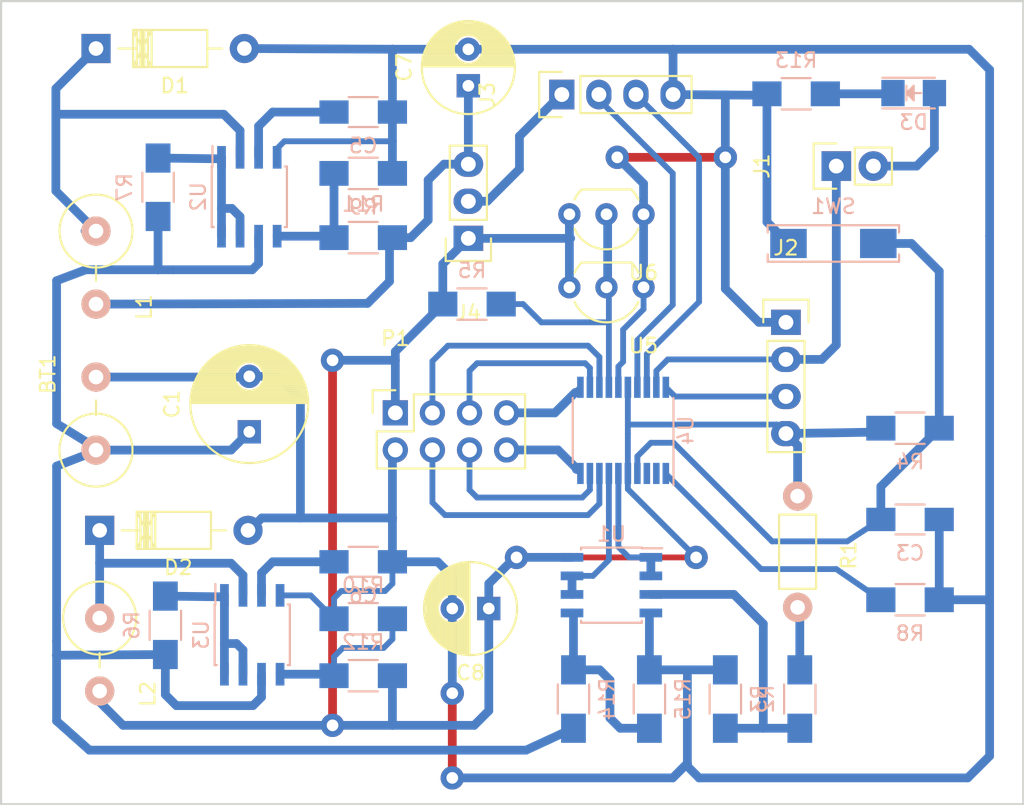
<source format=kicad_pcb>
(kicad_pcb (version 4) (host pcbnew 4.0.5+dfsg1-4)

  (general
    (links 92)
    (no_connects 0)
    (area 94.924999 61.924999 165.075001 117.075001)
    (thickness 1.6)
    (drawings 4)
    (tracks 322)
    (zones 0)
    (modules 39)
    (nets 34)
  )

  (page A4)
  (layers
    (0 F.Cu signal)
    (31 B.Cu signal)
    (32 B.Adhes user)
    (33 F.Adhes user)
    (34 B.Paste user)
    (35 F.Paste user)
    (36 B.SilkS user)
    (37 F.SilkS user)
    (38 B.Mask user)
    (39 F.Mask user)
    (40 Dwgs.User user)
    (41 Cmts.User user)
    (42 Eco1.User user)
    (43 Eco2.User user)
    (44 Edge.Cuts user)
    (45 Margin user)
    (46 B.CrtYd user)
    (47 F.CrtYd user)
    (48 B.Fab user)
    (49 F.Fab user)
  )

  (setup
    (last_trace_width 0.6)
    (user_trace_width 0.4)
    (user_trace_width 0.5)
    (user_trace_width 0.6)
    (user_trace_width 0.8)
    (user_trace_width 1)
    (trace_clearance 0.2)
    (zone_clearance 0.5)
    (zone_45_only no)
    (trace_min 0.4)
    (segment_width 0.2)
    (edge_width 0.15)
    (via_size 0.8)
    (via_drill 0.6)
    (via_min_size 0.6)
    (via_min_drill 0.6)
    (user_via 0.8 0.6)
    (user_via 1 0.6)
    (user_via 1.2 0.6)
    (user_via 1.2 0.8)
    (user_via 1.6 0.8)
    (uvia_size 0.3)
    (uvia_drill 0.1)
    (uvias_allowed no)
    (uvia_min_size 0.2)
    (uvia_min_drill 0.1)
    (pcb_text_width 0.3)
    (pcb_text_size 1.5 1.5)
    (mod_edge_width 0.15)
    (mod_text_size 1 1)
    (mod_text_width 0.15)
    (pad_size 1.99898 1.99898)
    (pad_drill 1.00076)
    (pad_to_mask_clearance 0.2)
    (aux_axis_origin 0 0)
    (visible_elements FFFFFF7F)
    (pcbplotparams
      (layerselection 0x00000_80000000)
      (usegerberextensions false)
      (excludeedgelayer false)
      (linewidth 0.100000)
      (plotframeref false)
      (viasonmask false)
      (mode 1)
      (useauxorigin false)
      (hpglpennumber 1)
      (hpglpenspeed 20)
      (hpglpendiameter 15)
      (hpglpenoverlay 2)
      (psnegative false)
      (psa4output false)
      (plotreference false)
      (plotvalue false)
      (plotinvisibletext false)
      (padsonsilk false)
      (subtractmaskfromsilk false)
      (outputformat 5)
      (mirror false)
      (drillshape 2)
      (scaleselection 1)
      (outputdirectory /home/matsi/))
  )

  (net 0 "")
  (net 1 +BATT)
  (net 2 GND)
  (net 3 "Net-(C3-Pad1)")
  (net 4 "Net-(C5-Pad1)")
  (net 5 "Net-(C6-Pad1)")
  (net 6 +5V)
  (net 7 +3V3)
  (net 8 "Net-(D1-Pad1)")
  (net 9 "Net-(D2-Pad1)")
  (net 10 "Net-(D3-Pad2)")
  (net 11 "Net-(D3-Pad1)")
  (net 12 "Net-(J1-Pad1)")
  (net 13 "Net-(J3-Pad1)")
  (net 14 "Net-(J3-Pad2)")
  (net 15 "Net-(J3-Pad3)")
  (net 16 "Net-(P1-Pad3)")
  (net 17 "Net-(P1-Pad4)")
  (net 18 "Net-(P1-Pad5)")
  (net 19 "Net-(P1-Pad6)")
  (net 20 "Net-(P1-Pad7)")
  (net 21 "Net-(P1-Pad8)")
  (net 22 "Net-(R1-Pad2)")
  (net 23 "Net-(R2-Pad2)")
  (net 24 "Net-(R6-Pad1)")
  (net 25 "Net-(R7-Pad1)")
  (net 26 "Net-(R8-Pad1)")
  (net 27 "Net-(R11-Pad2)")
  (net 28 "Net-(R10-Pad1)")
  (net 29 "Net-(R14-Pad2)")
  (net 30 "Net-(U1-Pad1)")
  (net 31 "Net-(U1-Pad6)")
  (net 32 "Net-(R5-Pad1)")
  (net 33 "Net-(J2-Pad3)")

  (net_class Default "This is the default net class."
    (clearance 0.2)
    (trace_width 0.4)
    (via_dia 0.8)
    (via_drill 0.6)
    (uvia_dia 0.3)
    (uvia_drill 0.1)
    (add_net +3V3)
    (add_net +5V)
    (add_net +BATT)
    (add_net GND)
    (add_net "Net-(C3-Pad1)")
    (add_net "Net-(C5-Pad1)")
    (add_net "Net-(C6-Pad1)")
    (add_net "Net-(D1-Pad1)")
    (add_net "Net-(D2-Pad1)")
    (add_net "Net-(D3-Pad1)")
    (add_net "Net-(D3-Pad2)")
    (add_net "Net-(J1-Pad1)")
    (add_net "Net-(J2-Pad3)")
    (add_net "Net-(J3-Pad1)")
    (add_net "Net-(J3-Pad2)")
    (add_net "Net-(J3-Pad3)")
    (add_net "Net-(P1-Pad3)")
    (add_net "Net-(P1-Pad4)")
    (add_net "Net-(P1-Pad5)")
    (add_net "Net-(P1-Pad6)")
    (add_net "Net-(P1-Pad7)")
    (add_net "Net-(P1-Pad8)")
    (add_net "Net-(R1-Pad2)")
    (add_net "Net-(R10-Pad1)")
    (add_net "Net-(R11-Pad2)")
    (add_net "Net-(R14-Pad2)")
    (add_net "Net-(R2-Pad2)")
    (add_net "Net-(R5-Pad1)")
    (add_net "Net-(R6-Pad1)")
    (add_net "Net-(R7-Pad1)")
    (add_net "Net-(R8-Pad1)")
    (add_net "Net-(U1-Pad1)")
    (add_net "Net-(U1-Pad6)")
  )

  (net_class Large ""
    (clearance 0.2)
    (trace_width 0.8)
    (via_dia 1.2)
    (via_drill 0.6)
    (uvia_dia 0.3)
    (uvia_drill 0.1)
  )

  (net_class Medium ""
    (clearance 0.2)
    (trace_width 0.5)
    (via_dia 1)
    (via_drill 0.6)
    (uvia_dia 0.3)
    (uvia_drill 0.1)
  )

  (module Resistors_ThroughHole:Resistor_Vertical_RM5mm (layer F.Cu) (tedit 58BC6D1E) (tstamp 58BAF30A)
    (at 101.5 90.25 90)
    (descr "Resistor, Vertical, RM 5mm, 1/3W,")
    (tags "Resistor, Vertical, RM 5mm, 1/3W,")
    (path /58B498E7)
    (fp_text reference BT1 (at 2.70002 -3.29946 90) (layer F.SilkS)
      (effects (font (size 1 1) (thickness 0.15)))
    )
    (fp_text value 9V (at 0 1.25 180) (layer F.Fab)
      (effects (font (size 1 1) (thickness 0.15)))
    )
    (fp_line (start -0.09906 0) (end 0.9017 0) (layer F.SilkS) (width 0.15))
    (fp_circle (center -2.49936 0) (end 0 0) (layer F.SilkS) (width 0.15))
    (pad 1 thru_hole circle (at -2.49936 0 90) (size 1.99898 1.99898) (drill 1.00076) (layers *.Cu *.SilkS *.Mask)
      (net 1 +BATT))
    (pad 2 thru_hole circle (at 2.5019 0 90) (size 1.99898 1.99898) (drill 1.00076) (layers *.Cu *.SilkS *.Mask)
      (net 2 GND))
  )

  (module Capacitors_ThroughHole:C_Radial_D8_L13_P3.8 (layer F.Cu) (tedit 58BC6D19) (tstamp 58BAF310)
    (at 112 91.5 90)
    (descr "Radial Electrolytic Capacitor Diameter 8mm x Length 13mm, Pitch 3.8mm")
    (tags "Electrolytic Capacitor")
    (path /58B4CFA1)
    (fp_text reference C1 (at 1.9 -5.3 90) (layer F.SilkS)
      (effects (font (size 1 1) (thickness 0.15)))
    )
    (fp_text value 220uF (at 2 0.25 180) (layer F.Fab)
      (effects (font (size 1 1) (thickness 0.15)))
    )
    (fp_line (start 1.975 -3.999) (end 1.975 3.999) (layer F.SilkS) (width 0.15))
    (fp_line (start 2.115 -3.994) (end 2.115 3.994) (layer F.SilkS) (width 0.15))
    (fp_line (start 2.255 -3.984) (end 2.255 3.984) (layer F.SilkS) (width 0.15))
    (fp_line (start 2.395 -3.969) (end 2.395 3.969) (layer F.SilkS) (width 0.15))
    (fp_line (start 2.535 -3.949) (end 2.535 3.949) (layer F.SilkS) (width 0.15))
    (fp_line (start 2.675 -3.924) (end 2.675 3.924) (layer F.SilkS) (width 0.15))
    (fp_line (start 2.815 -3.894) (end 2.815 -0.173) (layer F.SilkS) (width 0.15))
    (fp_line (start 2.815 0.173) (end 2.815 3.894) (layer F.SilkS) (width 0.15))
    (fp_line (start 2.955 -3.858) (end 2.955 -0.535) (layer F.SilkS) (width 0.15))
    (fp_line (start 2.955 0.535) (end 2.955 3.858) (layer F.SilkS) (width 0.15))
    (fp_line (start 3.095 -3.817) (end 3.095 -0.709) (layer F.SilkS) (width 0.15))
    (fp_line (start 3.095 0.709) (end 3.095 3.817) (layer F.SilkS) (width 0.15))
    (fp_line (start 3.235 -3.771) (end 3.235 -0.825) (layer F.SilkS) (width 0.15))
    (fp_line (start 3.235 0.825) (end 3.235 3.771) (layer F.SilkS) (width 0.15))
    (fp_line (start 3.375 -3.718) (end 3.375 -0.905) (layer F.SilkS) (width 0.15))
    (fp_line (start 3.375 0.905) (end 3.375 3.718) (layer F.SilkS) (width 0.15))
    (fp_line (start 3.515 -3.659) (end 3.515 -0.959) (layer F.SilkS) (width 0.15))
    (fp_line (start 3.515 0.959) (end 3.515 3.659) (layer F.SilkS) (width 0.15))
    (fp_line (start 3.655 -3.594) (end 3.655 -0.989) (layer F.SilkS) (width 0.15))
    (fp_line (start 3.655 0.989) (end 3.655 3.594) (layer F.SilkS) (width 0.15))
    (fp_line (start 3.795 -3.523) (end 3.795 -1) (layer F.SilkS) (width 0.15))
    (fp_line (start 3.795 1) (end 3.795 3.523) (layer F.SilkS) (width 0.15))
    (fp_line (start 3.935 -3.444) (end 3.935 -0.991) (layer F.SilkS) (width 0.15))
    (fp_line (start 3.935 0.991) (end 3.935 3.444) (layer F.SilkS) (width 0.15))
    (fp_line (start 4.075 -3.357) (end 4.075 -0.961) (layer F.SilkS) (width 0.15))
    (fp_line (start 4.075 0.961) (end 4.075 3.357) (layer F.SilkS) (width 0.15))
    (fp_line (start 4.215 -3.262) (end 4.215 -0.91) (layer F.SilkS) (width 0.15))
    (fp_line (start 4.215 0.91) (end 4.215 3.262) (layer F.SilkS) (width 0.15))
    (fp_line (start 4.355 -3.158) (end 4.355 -0.832) (layer F.SilkS) (width 0.15))
    (fp_line (start 4.355 0.832) (end 4.355 3.158) (layer F.SilkS) (width 0.15))
    (fp_line (start 4.495 -3.044) (end 4.495 -0.719) (layer F.SilkS) (width 0.15))
    (fp_line (start 4.495 0.719) (end 4.495 3.044) (layer F.SilkS) (width 0.15))
    (fp_line (start 4.635 -2.919) (end 4.635 -0.55) (layer F.SilkS) (width 0.15))
    (fp_line (start 4.635 0.55) (end 4.635 2.919) (layer F.SilkS) (width 0.15))
    (fp_line (start 4.775 -2.781) (end 4.775 -0.222) (layer F.SilkS) (width 0.15))
    (fp_line (start 4.775 0.222) (end 4.775 2.781) (layer F.SilkS) (width 0.15))
    (fp_line (start 4.915 -2.629) (end 4.915 2.629) (layer F.SilkS) (width 0.15))
    (fp_line (start 5.055 -2.459) (end 5.055 2.459) (layer F.SilkS) (width 0.15))
    (fp_line (start 5.195 -2.268) (end 5.195 2.268) (layer F.SilkS) (width 0.15))
    (fp_line (start 5.335 -2.05) (end 5.335 2.05) (layer F.SilkS) (width 0.15))
    (fp_line (start 5.475 -1.794) (end 5.475 1.794) (layer F.SilkS) (width 0.15))
    (fp_line (start 5.615 -1.483) (end 5.615 1.483) (layer F.SilkS) (width 0.15))
    (fp_line (start 5.755 -1.067) (end 5.755 1.067) (layer F.SilkS) (width 0.15))
    (fp_line (start 5.895 -0.2) (end 5.895 0.2) (layer F.SilkS) (width 0.15))
    (fp_circle (center 3.8 0) (end 3.8 -1) (layer F.SilkS) (width 0.15))
    (fp_circle (center 1.9 0) (end 1.9 -4.0375) (layer F.SilkS) (width 0.15))
    (fp_circle (center 1.9 0) (end 1.9 -4.3) (layer F.CrtYd) (width 0.05))
    (pad 1 thru_hole rect (at 0 0 90) (size 1.6 1.6) (drill 0.8) (layers *.Cu *.Mask)
      (net 1 +BATT))
    (pad 2 thru_hole circle (at 3.8 0 90) (size 1.6 1.6) (drill 0.8) (layers *.Cu *.Mask)
      (net 2 GND))
    (model Capacitors_ThroughHole.3dshapes/C_Radial_D8_L13_P3.8.wrl
      (at (xyz 0.0748031 0 0))
      (scale (xyz 1 1 1))
      (rotate (xyz 0 0 90))
    )
  )

  (module Capacitors_SMD:C_1206_HandSoldering (layer B.Cu) (tedit 541A9C03) (tstamp 58BAF31C)
    (at 157.25 97.5)
    (descr "Capacitor SMD 1206, hand soldering")
    (tags "capacitor 1206")
    (path /58ACD55C)
    (attr smd)
    (fp_text reference C3 (at 0 2.3) (layer B.SilkS)
      (effects (font (size 1 1) (thickness 0.15)) (justify mirror))
    )
    (fp_text value 0.1uF (at 0 -2.3) (layer B.Fab)
      (effects (font (size 1 1) (thickness 0.15)) (justify mirror))
    )
    (fp_line (start -1.6 -0.8) (end -1.6 0.8) (layer B.Fab) (width 0.15))
    (fp_line (start 1.6 -0.8) (end -1.6 -0.8) (layer B.Fab) (width 0.15))
    (fp_line (start 1.6 0.8) (end 1.6 -0.8) (layer B.Fab) (width 0.15))
    (fp_line (start -1.6 0.8) (end 1.6 0.8) (layer B.Fab) (width 0.15))
    (fp_line (start -3.3 1.15) (end 3.3 1.15) (layer B.CrtYd) (width 0.05))
    (fp_line (start -3.3 -1.15) (end 3.3 -1.15) (layer B.CrtYd) (width 0.05))
    (fp_line (start -3.3 1.15) (end -3.3 -1.15) (layer B.CrtYd) (width 0.05))
    (fp_line (start 3.3 1.15) (end 3.3 -1.15) (layer B.CrtYd) (width 0.05))
    (fp_line (start 1 1.025) (end -1 1.025) (layer B.SilkS) (width 0.15))
    (fp_line (start -1 -1.025) (end 1 -1.025) (layer B.SilkS) (width 0.15))
    (pad 1 smd rect (at -2 0) (size 2 1.6) (layers B.Cu B.Paste B.Mask)
      (net 3 "Net-(C3-Pad1)"))
    (pad 2 smd rect (at 2 0) (size 2 1.6) (layers B.Cu B.Paste B.Mask)
      (net 2 GND))
    (model Capacitors_SMD.3dshapes/C_1206_HandSoldering.wrl
      (at (xyz 0 0 0))
      (scale (xyz 1 1 1))
      (rotate (xyz 0 0 0))
    )
  )

  (module Capacitors_SMD:C_1206_HandSoldering (layer B.Cu) (tedit 541A9C03) (tstamp 58BAF328)
    (at 119.8 69.6)
    (descr "Capacitor SMD 1206, hand soldering")
    (tags "capacitor 1206")
    (path /58B4A64A)
    (attr smd)
    (fp_text reference C5 (at 0 2.3) (layer B.SilkS)
      (effects (font (size 1 1) (thickness 0.15)) (justify mirror))
    )
    (fp_text value 470pF (at 0 -2.3) (layer B.Fab)
      (effects (font (size 1 1) (thickness 0.15)) (justify mirror))
    )
    (fp_line (start -1.6 -0.8) (end -1.6 0.8) (layer B.Fab) (width 0.15))
    (fp_line (start 1.6 -0.8) (end -1.6 -0.8) (layer B.Fab) (width 0.15))
    (fp_line (start 1.6 0.8) (end 1.6 -0.8) (layer B.Fab) (width 0.15))
    (fp_line (start -1.6 0.8) (end 1.6 0.8) (layer B.Fab) (width 0.15))
    (fp_line (start -3.3 1.15) (end 3.3 1.15) (layer B.CrtYd) (width 0.05))
    (fp_line (start -3.3 -1.15) (end 3.3 -1.15) (layer B.CrtYd) (width 0.05))
    (fp_line (start -3.3 1.15) (end -3.3 -1.15) (layer B.CrtYd) (width 0.05))
    (fp_line (start 3.3 1.15) (end 3.3 -1.15) (layer B.CrtYd) (width 0.05))
    (fp_line (start 1 1.025) (end -1 1.025) (layer B.SilkS) (width 0.15))
    (fp_line (start -1 -1.025) (end 1 -1.025) (layer B.SilkS) (width 0.15))
    (pad 1 smd rect (at -2 0) (size 2 1.6) (layers B.Cu B.Paste B.Mask)
      (net 4 "Net-(C5-Pad1)"))
    (pad 2 smd rect (at 2 0) (size 2 1.6) (layers B.Cu B.Paste B.Mask)
      (net 2 GND))
    (model Capacitors_SMD.3dshapes/C_1206_HandSoldering.wrl
      (at (xyz 0 0 0))
      (scale (xyz 1 1 1))
      (rotate (xyz 0 0 0))
    )
  )

  (module Capacitors_SMD:C_1206_HandSoldering (layer B.Cu) (tedit 541A9C03) (tstamp 58BAF32E)
    (at 119.8 100.4)
    (descr "Capacitor SMD 1206, hand soldering")
    (tags "capacitor 1206")
    (path /58B4A7E0)
    (attr smd)
    (fp_text reference C6 (at 0 2.3) (layer B.SilkS)
      (effects (font (size 1 1) (thickness 0.15)) (justify mirror))
    )
    (fp_text value 470pF (at 0 -2.3) (layer B.Fab)
      (effects (font (size 1 1) (thickness 0.15)) (justify mirror))
    )
    (fp_line (start -1.6 -0.8) (end -1.6 0.8) (layer B.Fab) (width 0.15))
    (fp_line (start 1.6 -0.8) (end -1.6 -0.8) (layer B.Fab) (width 0.15))
    (fp_line (start 1.6 0.8) (end 1.6 -0.8) (layer B.Fab) (width 0.15))
    (fp_line (start -1.6 0.8) (end 1.6 0.8) (layer B.Fab) (width 0.15))
    (fp_line (start -3.3 1.15) (end 3.3 1.15) (layer B.CrtYd) (width 0.05))
    (fp_line (start -3.3 -1.15) (end 3.3 -1.15) (layer B.CrtYd) (width 0.05))
    (fp_line (start -3.3 1.15) (end -3.3 -1.15) (layer B.CrtYd) (width 0.05))
    (fp_line (start 3.3 1.15) (end 3.3 -1.15) (layer B.CrtYd) (width 0.05))
    (fp_line (start 1 1.025) (end -1 1.025) (layer B.SilkS) (width 0.15))
    (fp_line (start -1 -1.025) (end 1 -1.025) (layer B.SilkS) (width 0.15))
    (pad 1 smd rect (at -2 0) (size 2 1.6) (layers B.Cu B.Paste B.Mask)
      (net 5 "Net-(C6-Pad1)"))
    (pad 2 smd rect (at 2 0) (size 2 1.6) (layers B.Cu B.Paste B.Mask)
      (net 2 GND))
    (model Capacitors_SMD.3dshapes/C_1206_HandSoldering.wrl
      (at (xyz 0 0 0))
      (scale (xyz 1 1 1))
      (rotate (xyz 0 0 0))
    )
  )

  (module Capacitors_ThroughHole:C_Radial_D6.3_L11.2_P2.5 (layer F.Cu) (tedit 58BC6D9E) (tstamp 58BAF334)
    (at 127 67.8 90)
    (descr "Radial Electrolytic Capacitor, Diameter 6.3mm x Length 11.2mm, Pitch 2.5mm")
    (tags "Electrolytic Capacitor")
    (path /58B50E13)
    (fp_text reference C7 (at 1.25 -4.4 90) (layer F.SilkS)
      (effects (font (size 1 1) (thickness 0.15)))
    )
    (fp_text value 100uF (at 1.3 0.25 180) (layer F.Fab)
      (effects (font (size 1 1) (thickness 0.15)))
    )
    (fp_line (start 1.325 -3.149) (end 1.325 3.149) (layer F.SilkS) (width 0.15))
    (fp_line (start 1.465 -3.143) (end 1.465 3.143) (layer F.SilkS) (width 0.15))
    (fp_line (start 1.605 -3.13) (end 1.605 -0.446) (layer F.SilkS) (width 0.15))
    (fp_line (start 1.605 0.446) (end 1.605 3.13) (layer F.SilkS) (width 0.15))
    (fp_line (start 1.745 -3.111) (end 1.745 -0.656) (layer F.SilkS) (width 0.15))
    (fp_line (start 1.745 0.656) (end 1.745 3.111) (layer F.SilkS) (width 0.15))
    (fp_line (start 1.885 -3.085) (end 1.885 -0.789) (layer F.SilkS) (width 0.15))
    (fp_line (start 1.885 0.789) (end 1.885 3.085) (layer F.SilkS) (width 0.15))
    (fp_line (start 2.025 -3.053) (end 2.025 -0.88) (layer F.SilkS) (width 0.15))
    (fp_line (start 2.025 0.88) (end 2.025 3.053) (layer F.SilkS) (width 0.15))
    (fp_line (start 2.165 -3.014) (end 2.165 -0.942) (layer F.SilkS) (width 0.15))
    (fp_line (start 2.165 0.942) (end 2.165 3.014) (layer F.SilkS) (width 0.15))
    (fp_line (start 2.305 -2.968) (end 2.305 -0.981) (layer F.SilkS) (width 0.15))
    (fp_line (start 2.305 0.981) (end 2.305 2.968) (layer F.SilkS) (width 0.15))
    (fp_line (start 2.445 -2.915) (end 2.445 -0.998) (layer F.SilkS) (width 0.15))
    (fp_line (start 2.445 0.998) (end 2.445 2.915) (layer F.SilkS) (width 0.15))
    (fp_line (start 2.585 -2.853) (end 2.585 -0.996) (layer F.SilkS) (width 0.15))
    (fp_line (start 2.585 0.996) (end 2.585 2.853) (layer F.SilkS) (width 0.15))
    (fp_line (start 2.725 -2.783) (end 2.725 -0.974) (layer F.SilkS) (width 0.15))
    (fp_line (start 2.725 0.974) (end 2.725 2.783) (layer F.SilkS) (width 0.15))
    (fp_line (start 2.865 -2.704) (end 2.865 -0.931) (layer F.SilkS) (width 0.15))
    (fp_line (start 2.865 0.931) (end 2.865 2.704) (layer F.SilkS) (width 0.15))
    (fp_line (start 3.005 -2.616) (end 3.005 -0.863) (layer F.SilkS) (width 0.15))
    (fp_line (start 3.005 0.863) (end 3.005 2.616) (layer F.SilkS) (width 0.15))
    (fp_line (start 3.145 -2.516) (end 3.145 -0.764) (layer F.SilkS) (width 0.15))
    (fp_line (start 3.145 0.764) (end 3.145 2.516) (layer F.SilkS) (width 0.15))
    (fp_line (start 3.285 -2.404) (end 3.285 -0.619) (layer F.SilkS) (width 0.15))
    (fp_line (start 3.285 0.619) (end 3.285 2.404) (layer F.SilkS) (width 0.15))
    (fp_line (start 3.425 -2.279) (end 3.425 -0.38) (layer F.SilkS) (width 0.15))
    (fp_line (start 3.425 0.38) (end 3.425 2.279) (layer F.SilkS) (width 0.15))
    (fp_line (start 3.565 -2.136) (end 3.565 2.136) (layer F.SilkS) (width 0.15))
    (fp_line (start 3.705 -1.974) (end 3.705 1.974) (layer F.SilkS) (width 0.15))
    (fp_line (start 3.845 -1.786) (end 3.845 1.786) (layer F.SilkS) (width 0.15))
    (fp_line (start 3.985 -1.563) (end 3.985 1.563) (layer F.SilkS) (width 0.15))
    (fp_line (start 4.125 -1.287) (end 4.125 1.287) (layer F.SilkS) (width 0.15))
    (fp_line (start 4.265 -0.912) (end 4.265 0.912) (layer F.SilkS) (width 0.15))
    (fp_circle (center 2.5 0) (end 2.5 -1) (layer F.SilkS) (width 0.15))
    (fp_circle (center 1.25 0) (end 1.25 -3.1875) (layer F.SilkS) (width 0.15))
    (fp_circle (center 1.25 0) (end 1.25 -3.4) (layer F.CrtYd) (width 0.05))
    (pad 2 thru_hole circle (at 2.5 0 90) (size 1.6 1.6) (drill 0.8) (layers *.Cu *.Mask)
      (net 2 GND))
    (pad 1 thru_hole rect (at 0 0 90) (size 1.6 1.6) (drill 0.8) (layers *.Cu *.Mask)
      (net 6 +5V))
    (model Capacitors_ThroughHole.3dshapes/C_Radial_D6.3_L11.2_P2.5.wrl
      (at (xyz 0 0 0))
      (scale (xyz 1 1 1))
      (rotate (xyz 0 0 0))
    )
  )

  (module Capacitors_ThroughHole:C_Radial_D6.3_L11.2_P2.5 (layer F.Cu) (tedit 58BC6A3B) (tstamp 58BAF33A)
    (at 128.4 103.6 180)
    (descr "Radial Electrolytic Capacitor, Diameter 6.3mm x Length 11.2mm, Pitch 2.5mm")
    (tags "Electrolytic Capacitor")
    (path /58B55288)
    (fp_text reference C8 (at 1.25 -4.4 180) (layer F.SilkS)
      (effects (font (size 1 1) (thickness 0.15)))
    )
    (fp_text value 100uF (at 1.25 4.4 180) (layer F.Fab)
      (effects (font (size 1 1) (thickness 0.15)))
    )
    (fp_line (start 1.325 -3.149) (end 1.325 3.149) (layer F.SilkS) (width 0.15))
    (fp_line (start 1.465 -3.143) (end 1.465 3.143) (layer F.SilkS) (width 0.15))
    (fp_line (start 1.605 -3.13) (end 1.605 -0.446) (layer F.SilkS) (width 0.15))
    (fp_line (start 1.605 0.446) (end 1.605 3.13) (layer F.SilkS) (width 0.15))
    (fp_line (start 1.745 -3.111) (end 1.745 -0.656) (layer F.SilkS) (width 0.15))
    (fp_line (start 1.745 0.656) (end 1.745 3.111) (layer F.SilkS) (width 0.15))
    (fp_line (start 1.885 -3.085) (end 1.885 -0.789) (layer F.SilkS) (width 0.15))
    (fp_line (start 1.885 0.789) (end 1.885 3.085) (layer F.SilkS) (width 0.15))
    (fp_line (start 2.025 -3.053) (end 2.025 -0.88) (layer F.SilkS) (width 0.15))
    (fp_line (start 2.025 0.88) (end 2.025 3.053) (layer F.SilkS) (width 0.15))
    (fp_line (start 2.165 -3.014) (end 2.165 -0.942) (layer F.SilkS) (width 0.15))
    (fp_line (start 2.165 0.942) (end 2.165 3.014) (layer F.SilkS) (width 0.15))
    (fp_line (start 2.305 -2.968) (end 2.305 -0.981) (layer F.SilkS) (width 0.15))
    (fp_line (start 2.305 0.981) (end 2.305 2.968) (layer F.SilkS) (width 0.15))
    (fp_line (start 2.445 -2.915) (end 2.445 -0.998) (layer F.SilkS) (width 0.15))
    (fp_line (start 2.445 0.998) (end 2.445 2.915) (layer F.SilkS) (width 0.15))
    (fp_line (start 2.585 -2.853) (end 2.585 -0.996) (layer F.SilkS) (width 0.15))
    (fp_line (start 2.585 0.996) (end 2.585 2.853) (layer F.SilkS) (width 0.15))
    (fp_line (start 2.725 -2.783) (end 2.725 -0.974) (layer F.SilkS) (width 0.15))
    (fp_line (start 2.725 0.974) (end 2.725 2.783) (layer F.SilkS) (width 0.15))
    (fp_line (start 2.865 -2.704) (end 2.865 -0.931) (layer F.SilkS) (width 0.15))
    (fp_line (start 2.865 0.931) (end 2.865 2.704) (layer F.SilkS) (width 0.15))
    (fp_line (start 3.005 -2.616) (end 3.005 -0.863) (layer F.SilkS) (width 0.15))
    (fp_line (start 3.005 0.863) (end 3.005 2.616) (layer F.SilkS) (width 0.15))
    (fp_line (start 3.145 -2.516) (end 3.145 -0.764) (layer F.SilkS) (width 0.15))
    (fp_line (start 3.145 0.764) (end 3.145 2.516) (layer F.SilkS) (width 0.15))
    (fp_line (start 3.285 -2.404) (end 3.285 -0.619) (layer F.SilkS) (width 0.15))
    (fp_line (start 3.285 0.619) (end 3.285 2.404) (layer F.SilkS) (width 0.15))
    (fp_line (start 3.425 -2.279) (end 3.425 -0.38) (layer F.SilkS) (width 0.15))
    (fp_line (start 3.425 0.38) (end 3.425 2.279) (layer F.SilkS) (width 0.15))
    (fp_line (start 3.565 -2.136) (end 3.565 2.136) (layer F.SilkS) (width 0.15))
    (fp_line (start 3.705 -1.974) (end 3.705 1.974) (layer F.SilkS) (width 0.15))
    (fp_line (start 3.845 -1.786) (end 3.845 1.786) (layer F.SilkS) (width 0.15))
    (fp_line (start 3.985 -1.563) (end 3.985 1.563) (layer F.SilkS) (width 0.15))
    (fp_line (start 4.125 -1.287) (end 4.125 1.287) (layer F.SilkS) (width 0.15))
    (fp_line (start 4.265 -0.912) (end 4.265 0.912) (layer F.SilkS) (width 0.15))
    (fp_circle (center 2.5 0) (end 2.5 -1) (layer F.SilkS) (width 0.15))
    (fp_circle (center 1.25 0) (end 1.25 -3.1875) (layer F.SilkS) (width 0.15))
    (fp_circle (center 1.25 0) (end 1.25 -3.4) (layer F.CrtYd) (width 0.05))
    (pad 2 thru_hole circle (at 2.5 0 180) (size 1.6 1.6) (drill 0.8) (layers *.Cu *.Mask)
      (net 2 GND))
    (pad 1 thru_hole rect (at 0 0 180) (size 1.6 1.6) (drill 0.8) (layers *.Cu *.Mask)
      (net 7 +3V3))
    (model Capacitors_ThroughHole.3dshapes/C_Radial_D6.3_L11.2_P2.5.wrl
      (at (xyz 0 0 0))
      (scale (xyz 1 1 1))
      (rotate (xyz 0 0 0))
    )
  )

  (module Diodes_ThroughHole:Diode_DO-41_SOD81_Horizontal_RM10 (layer F.Cu) (tedit 58BC6D0E) (tstamp 58BAF340)
    (at 101.5 65.25)
    (descr "Diode, DO-41, SOD81, Horizontal, RM 10mm,")
    (tags "Diode, DO-41, SOD81, Horizontal, RM 10mm, 1N4007, SB140,")
    (path /58B50CC2)
    (fp_text reference D1 (at 5.38734 2.53746) (layer F.SilkS)
      (effects (font (size 1 1) (thickness 0.15)))
    )
    (fp_text value 1N5818 (at 5.25 -2.25) (layer F.Fab)
      (effects (font (size 1 1) (thickness 0.15)))
    )
    (fp_line (start 7.62 -0.00254) (end 8.636 -0.00254) (layer F.SilkS) (width 0.15))
    (fp_line (start 2.794 -0.00254) (end 1.524 -0.00254) (layer F.SilkS) (width 0.15))
    (fp_line (start 3.048 -1.27254) (end 3.048 1.26746) (layer F.SilkS) (width 0.15))
    (fp_line (start 3.302 -1.27254) (end 3.302 1.26746) (layer F.SilkS) (width 0.15))
    (fp_line (start 3.556 -1.27254) (end 3.556 1.26746) (layer F.SilkS) (width 0.15))
    (fp_line (start 2.794 -1.27254) (end 2.794 1.26746) (layer F.SilkS) (width 0.15))
    (fp_line (start 3.81 -1.27254) (end 2.54 1.26746) (layer F.SilkS) (width 0.15))
    (fp_line (start 2.54 -1.27254) (end 3.81 1.26746) (layer F.SilkS) (width 0.15))
    (fp_line (start 3.81 -1.27254) (end 3.81 1.26746) (layer F.SilkS) (width 0.15))
    (fp_line (start 3.175 -1.27254) (end 3.175 1.26746) (layer F.SilkS) (width 0.15))
    (fp_line (start 2.54 1.26746) (end 2.54 -1.27254) (layer F.SilkS) (width 0.15))
    (fp_line (start 2.54 -1.27254) (end 7.62 -1.27254) (layer F.SilkS) (width 0.15))
    (fp_line (start 7.62 -1.27254) (end 7.62 1.26746) (layer F.SilkS) (width 0.15))
    (fp_line (start 7.62 1.26746) (end 2.54 1.26746) (layer F.SilkS) (width 0.15))
    (pad 2 thru_hole circle (at 10.16 -0.00254 180) (size 1.99898 1.99898) (drill 1) (layers *.Cu *.Mask)
      (net 2 GND))
    (pad 1 thru_hole rect (at 0 -0.00254 180) (size 1.99898 1.99898) (drill 1.00076) (layers *.Cu *.Mask)
      (net 8 "Net-(D1-Pad1)"))
    (model Diodes_ThroughHole.3dshapes/Diode_DO-35_SOD27_Horizontal_RM10.wrl
      (at (xyz 0.15 0 0))
      (scale (xyz 0.5 0.8 1))
      (rotate (xyz 0 0 0))
    )
  )

  (module Diodes_ThroughHole:Diode_DO-41_SOD81_Horizontal_RM10 (layer F.Cu) (tedit 58BC6D14) (tstamp 58BAF346)
    (at 101.75 98.25)
    (descr "Diode, DO-41, SOD81, Horizontal, RM 10mm,")
    (tags "Diode, DO-41, SOD81, Horizontal, RM 10mm, 1N4007, SB140,")
    (path /58B5527C)
    (fp_text reference D2 (at 5.38734 2.53746) (layer F.SilkS)
      (effects (font (size 1 1) (thickness 0.15)))
    )
    (fp_text value 1N5818 (at 4.75 -2.75) (layer F.Fab)
      (effects (font (size 1 1) (thickness 0.15)))
    )
    (fp_line (start 7.62 -0.00254) (end 8.636 -0.00254) (layer F.SilkS) (width 0.15))
    (fp_line (start 2.794 -0.00254) (end 1.524 -0.00254) (layer F.SilkS) (width 0.15))
    (fp_line (start 3.048 -1.27254) (end 3.048 1.26746) (layer F.SilkS) (width 0.15))
    (fp_line (start 3.302 -1.27254) (end 3.302 1.26746) (layer F.SilkS) (width 0.15))
    (fp_line (start 3.556 -1.27254) (end 3.556 1.26746) (layer F.SilkS) (width 0.15))
    (fp_line (start 2.794 -1.27254) (end 2.794 1.26746) (layer F.SilkS) (width 0.15))
    (fp_line (start 3.81 -1.27254) (end 2.54 1.26746) (layer F.SilkS) (width 0.15))
    (fp_line (start 2.54 -1.27254) (end 3.81 1.26746) (layer F.SilkS) (width 0.15))
    (fp_line (start 3.81 -1.27254) (end 3.81 1.26746) (layer F.SilkS) (width 0.15))
    (fp_line (start 3.175 -1.27254) (end 3.175 1.26746) (layer F.SilkS) (width 0.15))
    (fp_line (start 2.54 1.26746) (end 2.54 -1.27254) (layer F.SilkS) (width 0.15))
    (fp_line (start 2.54 -1.27254) (end 7.62 -1.27254) (layer F.SilkS) (width 0.15))
    (fp_line (start 7.62 -1.27254) (end 7.62 1.26746) (layer F.SilkS) (width 0.15))
    (fp_line (start 7.62 1.26746) (end 2.54 1.26746) (layer F.SilkS) (width 0.15))
    (pad 2 thru_hole circle (at 10.16 -0.00254 180) (size 1.99898 1.99898) (drill 1) (layers *.Cu *.Mask)
      (net 2 GND))
    (pad 1 thru_hole rect (at 0 -0.00254 180) (size 1.99898 1.99898) (drill 1.00076) (layers *.Cu *.Mask)
      (net 9 "Net-(D2-Pad1)"))
    (model Diodes_ThroughHole.3dshapes/Diode_DO-35_SOD27_Horizontal_RM10.wrl
      (at (xyz 0.15 0 0))
      (scale (xyz 0.5 0.8 1))
      (rotate (xyz 0 0 0))
    )
  )

  (module LEDs:LED_1206 (layer B.Cu) (tedit 57ABE035) (tstamp 58BAF34C)
    (at 157.5 68.3)
    (descr "LED 1206 smd package")
    (tags "LED1206 SMD")
    (path /58ACB289)
    (attr smd)
    (fp_text reference D3 (at 0 2) (layer B.SilkS)
      (effects (font (size 1 1) (thickness 0.15)) (justify mirror))
    )
    (fp_text value RED (at 0 -2) (layer B.Fab)
      (effects (font (size 1 1) (thickness 0.15)) (justify mirror))
    )
    (fp_line (start -0.5 0.5) (end -0.5 -0.5) (layer B.Fab) (width 0.15))
    (fp_line (start -0.5 0) (end 0 0.5) (layer B.Fab) (width 0.15))
    (fp_line (start 0 -0.5) (end -0.5 0) (layer B.Fab) (width 0.15))
    (fp_line (start 0 0.5) (end 0 -0.5) (layer B.Fab) (width 0.15))
    (fp_line (start -1.6 -0.8) (end -1.6 0.8) (layer B.Fab) (width 0.15))
    (fp_line (start 1.6 -0.8) (end -1.6 -0.8) (layer B.Fab) (width 0.15))
    (fp_line (start 1.6 0.8) (end 1.6 -0.8) (layer B.Fab) (width 0.15))
    (fp_line (start -1.6 0.8) (end 1.6 0.8) (layer B.Fab) (width 0.15))
    (fp_line (start -2.15 -1.05) (end 1.45 -1.05) (layer B.SilkS) (width 0.15))
    (fp_line (start -2.15 1.05) (end 1.45 1.05) (layer B.SilkS) (width 0.15))
    (fp_line (start -0.1 0.3) (end -0.1 -0.3) (layer B.SilkS) (width 0.15))
    (fp_line (start -0.1 -0.3) (end -0.4 0) (layer B.SilkS) (width 0.15))
    (fp_line (start -0.4 0) (end -0.2 0.2) (layer B.SilkS) (width 0.15))
    (fp_line (start -0.2 0.2) (end -0.2 -0.05) (layer B.SilkS) (width 0.15))
    (fp_line (start -0.2 -0.05) (end -0.25 0) (layer B.SilkS) (width 0.15))
    (fp_line (start -0.5 0.5) (end -0.5 -0.5) (layer B.SilkS) (width 0.15))
    (fp_line (start 0 0) (end 0.5 0) (layer B.SilkS) (width 0.15))
    (fp_line (start -0.5 0) (end 0 0.5) (layer B.SilkS) (width 0.15))
    (fp_line (start 0 0.5) (end 0 -0.5) (layer B.SilkS) (width 0.15))
    (fp_line (start 0 -0.5) (end -0.5 0) (layer B.SilkS) (width 0.15))
    (fp_line (start 2.5 1.25) (end -2.5 1.25) (layer B.CrtYd) (width 0.05))
    (fp_line (start -2.5 1.25) (end -2.5 -1.25) (layer B.CrtYd) (width 0.05))
    (fp_line (start -2.5 -1.25) (end 2.5 -1.25) (layer B.CrtYd) (width 0.05))
    (fp_line (start 2.5 -1.25) (end 2.5 1.25) (layer B.CrtYd) (width 0.05))
    (pad 2 smd rect (at 1.41986 0 180) (size 1.59766 1.80086) (layers B.Cu B.Paste B.Mask)
      (net 10 "Net-(D3-Pad2)"))
    (pad 1 smd rect (at -1.41986 0 180) (size 1.59766 1.80086) (layers B.Cu B.Paste B.Mask)
      (net 11 "Net-(D3-Pad1)"))
    (model LEDs.3dshapes/LED_1206.wrl
      (at (xyz 0 0 0))
      (scale (xyz 1 1 1))
      (rotate (xyz 0 0 180))
    )
  )

  (module Pin_Headers:Pin_Header_Straight_1x02 (layer F.Cu) (tedit 58BC6D65) (tstamp 58BAF352)
    (at 152.2 73.3 90)
    (descr "Through hole pin header")
    (tags "pin header")
    (path /58ACAF9F)
    (fp_text reference J1 (at 0 -5.1 90) (layer F.SilkS)
      (effects (font (size 1 1) (thickness 0.15)))
    )
    (fp_text value LED (at -2.2 6.05 180) (layer F.Fab)
      (effects (font (size 1 1) (thickness 0.15)))
    )
    (fp_line (start 1.27 1.27) (end 1.27 3.81) (layer F.SilkS) (width 0.15))
    (fp_line (start 1.55 -1.55) (end 1.55 0) (layer F.SilkS) (width 0.15))
    (fp_line (start -1.75 -1.75) (end -1.75 4.3) (layer F.CrtYd) (width 0.05))
    (fp_line (start 1.75 -1.75) (end 1.75 4.3) (layer F.CrtYd) (width 0.05))
    (fp_line (start -1.75 -1.75) (end 1.75 -1.75) (layer F.CrtYd) (width 0.05))
    (fp_line (start -1.75 4.3) (end 1.75 4.3) (layer F.CrtYd) (width 0.05))
    (fp_line (start 1.27 1.27) (end -1.27 1.27) (layer F.SilkS) (width 0.15))
    (fp_line (start -1.55 0) (end -1.55 -1.55) (layer F.SilkS) (width 0.15))
    (fp_line (start -1.55 -1.55) (end 1.55 -1.55) (layer F.SilkS) (width 0.15))
    (fp_line (start -1.27 1.27) (end -1.27 3.81) (layer F.SilkS) (width 0.15))
    (fp_line (start -1.27 3.81) (end 1.27 3.81) (layer F.SilkS) (width 0.15))
    (pad 1 thru_hole rect (at 0 0 90) (size 2.032 2.032) (drill 1.016) (layers *.Cu *.Mask)
      (net 12 "Net-(J1-Pad1)"))
    (pad 2 thru_hole oval (at 0 2.54 90) (size 2.032 2.032) (drill 1.016) (layers *.Cu *.Mask)
      (net 10 "Net-(D3-Pad2)"))
    (model Pin_Headers.3dshapes/Pin_Header_Straight_1x02.wrl
      (at (xyz 0 -0.05 0))
      (scale (xyz 1 1 1))
      (rotate (xyz 0 0 90))
    )
  )

  (module Pin_Headers:Pin_Header_Straight_1x04 (layer F.Cu) (tedit 0) (tstamp 58BAF35A)
    (at 148.75 84)
    (descr "Through hole pin header")
    (tags "pin header")
    (path /58ACA7E4)
    (fp_text reference J2 (at 0 -5.1) (layer F.SilkS)
      (effects (font (size 1 1) (thickness 0.15)))
    )
    (fp_text value SWD (at 0 -3.1) (layer F.Fab)
      (effects (font (size 1 1) (thickness 0.15)))
    )
    (fp_line (start -1.75 -1.75) (end -1.75 9.4) (layer F.CrtYd) (width 0.05))
    (fp_line (start 1.75 -1.75) (end 1.75 9.4) (layer F.CrtYd) (width 0.05))
    (fp_line (start -1.75 -1.75) (end 1.75 -1.75) (layer F.CrtYd) (width 0.05))
    (fp_line (start -1.75 9.4) (end 1.75 9.4) (layer F.CrtYd) (width 0.05))
    (fp_line (start -1.27 1.27) (end -1.27 8.89) (layer F.SilkS) (width 0.15))
    (fp_line (start 1.27 1.27) (end 1.27 8.89) (layer F.SilkS) (width 0.15))
    (fp_line (start 1.55 -1.55) (end 1.55 0) (layer F.SilkS) (width 0.15))
    (fp_line (start -1.27 8.89) (end 1.27 8.89) (layer F.SilkS) (width 0.15))
    (fp_line (start 1.27 1.27) (end -1.27 1.27) (layer F.SilkS) (width 0.15))
    (fp_line (start -1.55 0) (end -1.55 -1.55) (layer F.SilkS) (width 0.15))
    (fp_line (start -1.55 -1.55) (end 1.55 -1.55) (layer F.SilkS) (width 0.15))
    (pad 1 thru_hole rect (at 0 0) (size 2.032 1.7272) (drill 1.016) (layers *.Cu *.Mask)
      (net 2 GND))
    (pad 2 thru_hole oval (at 0 2.54) (size 2.032 1.7272) (drill 1.016) (layers *.Cu *.Mask)
      (net 12 "Net-(J1-Pad1)"))
    (pad 3 thru_hole oval (at 0 5.08) (size 2.032 1.7272) (drill 1.016) (layers *.Cu *.Mask)
      (net 33 "Net-(J2-Pad3)"))
    (pad 4 thru_hole oval (at 0 7.62) (size 2.032 1.7272) (drill 1.016) (layers *.Cu *.Mask)
      (net 7 +3V3))
    (model Pin_Headers.3dshapes/Pin_Header_Straight_1x04.wrl
      (at (xyz 0 -0.15 0))
      (scale (xyz 1 1 1))
      (rotate (xyz 0 0 90))
    )
  )

  (module Pin_Headers:Pin_Header_Straight_1x04 (layer F.Cu) (tedit 58BC6D98) (tstamp 58BAF362)
    (at 133.4 68.4 90)
    (descr "Through hole pin header")
    (tags "pin header")
    (path /58B636BD)
    (fp_text reference J3 (at 0 -5.1 90) (layer F.SilkS)
      (effects (font (size 1 1) (thickness 0.15)))
    )
    (fp_text value SENSOR (at -2.6 3.6 180) (layer F.Fab)
      (effects (font (size 1 1) (thickness 0.15)))
    )
    (fp_line (start -1.75 -1.75) (end -1.75 9.4) (layer F.CrtYd) (width 0.05))
    (fp_line (start 1.75 -1.75) (end 1.75 9.4) (layer F.CrtYd) (width 0.05))
    (fp_line (start -1.75 -1.75) (end 1.75 -1.75) (layer F.CrtYd) (width 0.05))
    (fp_line (start -1.75 9.4) (end 1.75 9.4) (layer F.CrtYd) (width 0.05))
    (fp_line (start -1.27 1.27) (end -1.27 8.89) (layer F.SilkS) (width 0.15))
    (fp_line (start 1.27 1.27) (end 1.27 8.89) (layer F.SilkS) (width 0.15))
    (fp_line (start 1.55 -1.55) (end 1.55 0) (layer F.SilkS) (width 0.15))
    (fp_line (start -1.27 8.89) (end 1.27 8.89) (layer F.SilkS) (width 0.15))
    (fp_line (start 1.27 1.27) (end -1.27 1.27) (layer F.SilkS) (width 0.15))
    (fp_line (start -1.55 0) (end -1.55 -1.55) (layer F.SilkS) (width 0.15))
    (fp_line (start -1.55 -1.55) (end 1.55 -1.55) (layer F.SilkS) (width 0.15))
    (pad 1 thru_hole rect (at 0 0 90) (size 2.032 1.7272) (drill 1.016) (layers *.Cu *.Mask)
      (net 13 "Net-(J3-Pad1)"))
    (pad 2 thru_hole oval (at 0 2.54 90) (size 2.032 1.7272) (drill 1.016) (layers *.Cu *.Mask)
      (net 14 "Net-(J3-Pad2)"))
    (pad 3 thru_hole oval (at 0 5.08 90) (size 2.032 1.7272) (drill 1.016) (layers *.Cu *.Mask)
      (net 15 "Net-(J3-Pad3)"))
    (pad 4 thru_hole oval (at 0 7.62 90) (size 2.032 1.7272) (drill 1.016) (layers *.Cu *.Mask)
      (net 2 GND))
    (model Pin_Headers.3dshapes/Pin_Header_Straight_1x04.wrl
      (at (xyz 0 -0.15 0))
      (scale (xyz 1 1 1))
      (rotate (xyz 0 0 90))
    )
  )

  (module Pin_Headers:Pin_Header_Straight_1x03 (layer F.Cu) (tedit 58BC6D3A) (tstamp 58BAF369)
    (at 127 78.25 180)
    (descr "Through hole pin header")
    (tags "pin header")
    (path /58B6D844)
    (fp_text reference J4 (at 0 -5.1 180) (layer F.SilkS)
      (effects (font (size 1 1) (thickness 0.15)))
    )
    (fp_text value "SENSOR PWR" (at -3 2.85 450) (layer F.Fab)
      (effects (font (size 1 1) (thickness 0.15)))
    )
    (fp_line (start -1.75 -1.75) (end -1.75 6.85) (layer F.CrtYd) (width 0.05))
    (fp_line (start 1.75 -1.75) (end 1.75 6.85) (layer F.CrtYd) (width 0.05))
    (fp_line (start -1.75 -1.75) (end 1.75 -1.75) (layer F.CrtYd) (width 0.05))
    (fp_line (start -1.75 6.85) (end 1.75 6.85) (layer F.CrtYd) (width 0.05))
    (fp_line (start -1.27 1.27) (end -1.27 6.35) (layer F.SilkS) (width 0.15))
    (fp_line (start -1.27 6.35) (end 1.27 6.35) (layer F.SilkS) (width 0.15))
    (fp_line (start 1.27 6.35) (end 1.27 1.27) (layer F.SilkS) (width 0.15))
    (fp_line (start 1.55 -1.55) (end 1.55 0) (layer F.SilkS) (width 0.15))
    (fp_line (start 1.27 1.27) (end -1.27 1.27) (layer F.SilkS) (width 0.15))
    (fp_line (start -1.55 0) (end -1.55 -1.55) (layer F.SilkS) (width 0.15))
    (fp_line (start -1.55 -1.55) (end 1.55 -1.55) (layer F.SilkS) (width 0.15))
    (pad 1 thru_hole rect (at 0 0 180) (size 2.032 1.7272) (drill 1.016) (layers *.Cu *.Mask)
      (net 7 +3V3))
    (pad 2 thru_hole oval (at 0 2.54 180) (size 2.032 1.7272) (drill 1.016) (layers *.Cu *.Mask)
      (net 13 "Net-(J3-Pad1)"))
    (pad 3 thru_hole oval (at 0 5.08 180) (size 2.032 1.7272) (drill 1.016) (layers *.Cu *.Mask)
      (net 6 +5V))
    (model Pin_Headers.3dshapes/Pin_Header_Straight_1x03.wrl
      (at (xyz 0 -0.1 0))
      (scale (xyz 1 1 1))
      (rotate (xyz 0 0 90))
    )
  )

  (module Resistors_ThroughHole:Resistor_Vertical_RM5mm (layer F.Cu) (tedit 58BC6D11) (tstamp 58BAF36F)
    (at 101.5 80.25 270)
    (descr "Resistor, Vertical, RM 5mm, 1/3W,")
    (tags "Resistor, Vertical, RM 5mm, 1/3W,")
    (path /58B50D6C)
    (fp_text reference L1 (at 2.70002 -3.29946 270) (layer F.SilkS)
      (effects (font (size 1 1) (thickness 0.15)))
    )
    (fp_text value 220uH (at -1.75 3.75 270) (layer F.Fab)
      (effects (font (size 1 1) (thickness 0.15)))
    )
    (fp_line (start -0.09906 0) (end 0.9017 0) (layer F.SilkS) (width 0.15))
    (fp_circle (center -2.49936 0) (end 0 0) (layer F.SilkS) (width 0.15))
    (pad 1 thru_hole circle (at -2.49936 0 270) (size 1.99898 1.99898) (drill 1.00076) (layers *.Cu *.SilkS *.Mask)
      (net 8 "Net-(D1-Pad1)"))
    (pad 2 thru_hole circle (at 2.5019 0 270) (size 1.99898 1.99898) (drill 1.00076) (layers *.Cu *.SilkS *.Mask)
      (net 6 +5V))
    (model Inductors.3dshapes/INDUCTOR_V.wrl
      (at (xyz 0 0 0))
      (scale (xyz 1.5 1.5 1))
      (rotate (xyz 0 0 0))
    )
  )

  (module Resistors_ThroughHole:Resistor_Vertical_RM5mm (layer F.Cu) (tedit 0) (tstamp 58BAF375)
    (at 101.75 106.75 270)
    (descr "Resistor, Vertical, RM 5mm, 1/3W,")
    (tags "Resistor, Vertical, RM 5mm, 1/3W,")
    (path /58B55282)
    (fp_text reference L2 (at 2.70002 -3.29946 270) (layer F.SilkS)
      (effects (font (size 1 1) (thickness 0.15)))
    )
    (fp_text value 220uH (at 0 4.50088 270) (layer F.Fab)
      (effects (font (size 1 1) (thickness 0.15)))
    )
    (fp_line (start -0.09906 0) (end 0.9017 0) (layer F.SilkS) (width 0.15))
    (fp_circle (center -2.49936 0) (end 0 0) (layer F.SilkS) (width 0.15))
    (pad 1 thru_hole circle (at -2.49936 0 270) (size 1.99898 1.99898) (drill 1.00076) (layers *.Cu *.SilkS *.Mask)
      (net 9 "Net-(D2-Pad1)"))
    (pad 2 thru_hole circle (at 2.5019 0 270) (size 1.99898 1.99898) (drill 1.00076) (layers *.Cu *.SilkS *.Mask)
      (net 7 +3V3))
    (model Inductors.3dshapes/INDUCTOR_V.wrl
      (at (xyz 0 0 0))
      (scale (xyz 1.5 1.5 1))
      (rotate (xyz 0 0 0))
    )
  )

  (module Resistors_SMD:R_1206_HandSoldering (layer B.Cu) (tedit 58307C0D) (tstamp 58BAF38D)
    (at 149.7 109.8 270)
    (descr "Resistor SMD 1206, hand soldering")
    (tags "resistor 1206")
    (path /58ACF0C0)
    (attr smd)
    (fp_text reference R2 (at 0 2.3 270) (layer B.SilkS)
      (effects (font (size 1 1) (thickness 0.15)) (justify mirror))
    )
    (fp_text value 1M (at 0 -2.3 270) (layer B.Fab)
      (effects (font (size 1 1) (thickness 0.15)) (justify mirror))
    )
    (fp_line (start -1.6 -0.8) (end -1.6 0.8) (layer B.Fab) (width 0.1))
    (fp_line (start 1.6 -0.8) (end -1.6 -0.8) (layer B.Fab) (width 0.1))
    (fp_line (start 1.6 0.8) (end 1.6 -0.8) (layer B.Fab) (width 0.1))
    (fp_line (start -1.6 0.8) (end 1.6 0.8) (layer B.Fab) (width 0.1))
    (fp_line (start -3.3 1.2) (end 3.3 1.2) (layer B.CrtYd) (width 0.05))
    (fp_line (start -3.3 -1.2) (end 3.3 -1.2) (layer B.CrtYd) (width 0.05))
    (fp_line (start -3.3 1.2) (end -3.3 -1.2) (layer B.CrtYd) (width 0.05))
    (fp_line (start 3.3 1.2) (end 3.3 -1.2) (layer B.CrtYd) (width 0.05))
    (fp_line (start 1 -1.075) (end -1 -1.075) (layer B.SilkS) (width 0.15))
    (fp_line (start -1 1.075) (end 1 1.075) (layer B.SilkS) (width 0.15))
    (pad 1 smd rect (at -2 0 270) (size 2 1.7) (layers B.Cu B.Paste B.Mask)
      (net 22 "Net-(R1-Pad2)"))
    (pad 2 smd rect (at 2 0 270) (size 2 1.7) (layers B.Cu B.Paste B.Mask)
      (net 23 "Net-(R2-Pad2)"))
    (model Resistors_SMD.3dshapes/R_1206_HandSoldering.wrl
      (at (xyz 0 0 0))
      (scale (xyz 1 1 1))
      (rotate (xyz 0 0 0))
    )
  )

  (module Resistors_SMD:R_1206_HandSoldering (layer B.Cu) (tedit 58307C0D) (tstamp 58BAF393)
    (at 144.6 109.8 90)
    (descr "Resistor SMD 1206, hand soldering")
    (tags "resistor 1206")
    (path /58ACF06B)
    (attr smd)
    (fp_text reference R3 (at 0 2.3 90) (layer B.SilkS)
      (effects (font (size 1 1) (thickness 0.15)) (justify mirror))
    )
    (fp_text value 1M (at 0 -2.3 90) (layer B.Fab)
      (effects (font (size 1 1) (thickness 0.15)) (justify mirror))
    )
    (fp_line (start -1.6 -0.8) (end -1.6 0.8) (layer B.Fab) (width 0.1))
    (fp_line (start 1.6 -0.8) (end -1.6 -0.8) (layer B.Fab) (width 0.1))
    (fp_line (start 1.6 0.8) (end 1.6 -0.8) (layer B.Fab) (width 0.1))
    (fp_line (start -1.6 0.8) (end 1.6 0.8) (layer B.Fab) (width 0.1))
    (fp_line (start -3.3 1.2) (end 3.3 1.2) (layer B.CrtYd) (width 0.05))
    (fp_line (start -3.3 -1.2) (end 3.3 -1.2) (layer B.CrtYd) (width 0.05))
    (fp_line (start -3.3 1.2) (end -3.3 -1.2) (layer B.CrtYd) (width 0.05))
    (fp_line (start 3.3 1.2) (end 3.3 -1.2) (layer B.CrtYd) (width 0.05))
    (fp_line (start 1 -1.075) (end -1 -1.075) (layer B.SilkS) (width 0.15))
    (fp_line (start -1 1.075) (end 1 1.075) (layer B.SilkS) (width 0.15))
    (pad 1 smd rect (at -2 0 90) (size 2 1.7) (layers B.Cu B.Paste B.Mask)
      (net 23 "Net-(R2-Pad2)"))
    (pad 2 smd rect (at 2 0 90) (size 2 1.7) (layers B.Cu B.Paste B.Mask)
      (net 2 GND))
    (model Resistors_SMD.3dshapes/R_1206_HandSoldering.wrl
      (at (xyz 0 0 0))
      (scale (xyz 1 1 1))
      (rotate (xyz 0 0 0))
    )
  )

  (module Resistors_SMD:R_1206_HandSoldering (layer B.Cu) (tedit 58307C0D) (tstamp 58BAF399)
    (at 157.25 91.25)
    (descr "Resistor SMD 1206, hand soldering")
    (tags "resistor 1206")
    (path /58ACD047)
    (attr smd)
    (fp_text reference R4 (at 0 2.3) (layer B.SilkS)
      (effects (font (size 1 1) (thickness 0.15)) (justify mirror))
    )
    (fp_text value 10k (at 0 -2.3) (layer B.Fab)
      (effects (font (size 1 1) (thickness 0.15)) (justify mirror))
    )
    (fp_line (start -1.6 -0.8) (end -1.6 0.8) (layer B.Fab) (width 0.1))
    (fp_line (start 1.6 -0.8) (end -1.6 -0.8) (layer B.Fab) (width 0.1))
    (fp_line (start 1.6 0.8) (end 1.6 -0.8) (layer B.Fab) (width 0.1))
    (fp_line (start -1.6 0.8) (end 1.6 0.8) (layer B.Fab) (width 0.1))
    (fp_line (start -3.3 1.2) (end 3.3 1.2) (layer B.CrtYd) (width 0.05))
    (fp_line (start -3.3 -1.2) (end 3.3 -1.2) (layer B.CrtYd) (width 0.05))
    (fp_line (start -3.3 1.2) (end -3.3 -1.2) (layer B.CrtYd) (width 0.05))
    (fp_line (start 3.3 1.2) (end 3.3 -1.2) (layer B.CrtYd) (width 0.05))
    (fp_line (start 1 -1.075) (end -1 -1.075) (layer B.SilkS) (width 0.15))
    (fp_line (start -1 1.075) (end 1 1.075) (layer B.SilkS) (width 0.15))
    (pad 1 smd rect (at -2 0) (size 2 1.7) (layers B.Cu B.Paste B.Mask)
      (net 7 +3V3))
    (pad 2 smd rect (at 2 0) (size 2 1.7) (layers B.Cu B.Paste B.Mask)
      (net 3 "Net-(C3-Pad1)"))
    (model Resistors_SMD.3dshapes/R_1206_HandSoldering.wrl
      (at (xyz 0 0 0))
      (scale (xyz 1 1 1))
      (rotate (xyz 0 0 0))
    )
  )

  (module Resistors_SMD:R_1206_HandSoldering (layer B.Cu) (tedit 58307C0D) (tstamp 58BAF3B1)
    (at 157.25 103)
    (descr "Resistor SMD 1206, hand soldering")
    (tags "resistor 1206")
    (path /58ACC0CA)
    (attr smd)
    (fp_text reference R8 (at 0 2.3) (layer B.SilkS)
      (effects (font (size 1 1) (thickness 0.15)) (justify mirror))
    )
    (fp_text value 10k (at 0 -2.3) (layer B.Fab)
      (effects (font (size 1 1) (thickness 0.15)) (justify mirror))
    )
    (fp_line (start -1.6 -0.8) (end -1.6 0.8) (layer B.Fab) (width 0.1))
    (fp_line (start 1.6 -0.8) (end -1.6 -0.8) (layer B.Fab) (width 0.1))
    (fp_line (start 1.6 0.8) (end 1.6 -0.8) (layer B.Fab) (width 0.1))
    (fp_line (start -1.6 0.8) (end 1.6 0.8) (layer B.Fab) (width 0.1))
    (fp_line (start -3.3 1.2) (end 3.3 1.2) (layer B.CrtYd) (width 0.05))
    (fp_line (start -3.3 -1.2) (end 3.3 -1.2) (layer B.CrtYd) (width 0.05))
    (fp_line (start -3.3 1.2) (end -3.3 -1.2) (layer B.CrtYd) (width 0.05))
    (fp_line (start 3.3 1.2) (end 3.3 -1.2) (layer B.CrtYd) (width 0.05))
    (fp_line (start 1 -1.075) (end -1 -1.075) (layer B.SilkS) (width 0.15))
    (fp_line (start -1 1.075) (end 1 1.075) (layer B.SilkS) (width 0.15))
    (pad 1 smd rect (at -2 0) (size 2 1.7) (layers B.Cu B.Paste B.Mask)
      (net 26 "Net-(R8-Pad1)"))
    (pad 2 smd rect (at 2 0) (size 2 1.7) (layers B.Cu B.Paste B.Mask)
      (net 2 GND))
    (model Resistors_SMD.3dshapes/R_1206_HandSoldering.wrl
      (at (xyz 0 0 0))
      (scale (xyz 1 1 1))
      (rotate (xyz 0 0 0))
    )
  )

  (module Resistors_SMD:R_1206_HandSoldering (layer B.Cu) (tedit 58307C0D) (tstamp 58BAF3B7)
    (at 119.8 73.8)
    (descr "Resistor SMD 1206, hand soldering")
    (tags "resistor 1206")
    (path /58B50C49)
    (attr smd)
    (fp_text reference R9 (at 0 2.3) (layer B.SilkS)
      (effects (font (size 1 1) (thickness 0.15)) (justify mirror))
    )
    (fp_text value 1k (at 0 -2.3) (layer B.Fab)
      (effects (font (size 1 1) (thickness 0.15)) (justify mirror))
    )
    (fp_line (start -1.6 -0.8) (end -1.6 0.8) (layer B.Fab) (width 0.1))
    (fp_line (start 1.6 -0.8) (end -1.6 -0.8) (layer B.Fab) (width 0.1))
    (fp_line (start 1.6 0.8) (end 1.6 -0.8) (layer B.Fab) (width 0.1))
    (fp_line (start -1.6 0.8) (end 1.6 0.8) (layer B.Fab) (width 0.1))
    (fp_line (start -3.3 1.2) (end 3.3 1.2) (layer B.CrtYd) (width 0.05))
    (fp_line (start -3.3 -1.2) (end 3.3 -1.2) (layer B.CrtYd) (width 0.05))
    (fp_line (start -3.3 1.2) (end -3.3 -1.2) (layer B.CrtYd) (width 0.05))
    (fp_line (start 3.3 1.2) (end 3.3 -1.2) (layer B.CrtYd) (width 0.05))
    (fp_line (start 1 -1.075) (end -1 -1.075) (layer B.SilkS) (width 0.15))
    (fp_line (start -1 1.075) (end 1 1.075) (layer B.SilkS) (width 0.15))
    (pad 1 smd rect (at -2 0) (size 2 1.7) (layers B.Cu B.Paste B.Mask)
      (net 27 "Net-(R11-Pad2)"))
    (pad 2 smd rect (at 2 0) (size 2 1.7) (layers B.Cu B.Paste B.Mask)
      (net 2 GND))
    (model Resistors_SMD.3dshapes/R_1206_HandSoldering.wrl
      (at (xyz 0 0 0))
      (scale (xyz 1 1 1))
      (rotate (xyz 0 0 0))
    )
  )

  (module Resistors_SMD:R_1206_HandSoldering (layer B.Cu) (tedit 58307C0D) (tstamp 58BAF3BD)
    (at 119.8 104.3 180)
    (descr "Resistor SMD 1206, hand soldering")
    (tags "resistor 1206")
    (path /58B55276)
    (attr smd)
    (fp_text reference R10 (at 0 2.3 180) (layer B.SilkS)
      (effects (font (size 1 1) (thickness 0.15)) (justify mirror))
    )
    (fp_text value 11k (at 0 -2.3 180) (layer B.Fab)
      (effects (font (size 1 1) (thickness 0.15)) (justify mirror))
    )
    (fp_line (start -1.6 -0.8) (end -1.6 0.8) (layer B.Fab) (width 0.1))
    (fp_line (start 1.6 -0.8) (end -1.6 -0.8) (layer B.Fab) (width 0.1))
    (fp_line (start 1.6 0.8) (end 1.6 -0.8) (layer B.Fab) (width 0.1))
    (fp_line (start -1.6 0.8) (end 1.6 0.8) (layer B.Fab) (width 0.1))
    (fp_line (start -3.3 1.2) (end 3.3 1.2) (layer B.CrtYd) (width 0.05))
    (fp_line (start -3.3 -1.2) (end 3.3 -1.2) (layer B.CrtYd) (width 0.05))
    (fp_line (start -3.3 1.2) (end -3.3 -1.2) (layer B.CrtYd) (width 0.05))
    (fp_line (start 3.3 1.2) (end 3.3 -1.2) (layer B.CrtYd) (width 0.05))
    (fp_line (start 1 -1.075) (end -1 -1.075) (layer B.SilkS) (width 0.15))
    (fp_line (start -1 1.075) (end 1 1.075) (layer B.SilkS) (width 0.15))
    (pad 1 smd rect (at -2 0 180) (size 2 1.7) (layers B.Cu B.Paste B.Mask)
      (net 28 "Net-(R10-Pad1)"))
    (pad 2 smd rect (at 2 0 180) (size 2 1.7) (layers B.Cu B.Paste B.Mask)
      (net 2 GND))
    (model Resistors_SMD.3dshapes/R_1206_HandSoldering.wrl
      (at (xyz 0 0 0))
      (scale (xyz 1 1 1))
      (rotate (xyz 0 0 0))
    )
  )

  (module Resistors_SMD:R_1206_HandSoldering (layer B.Cu) (tedit 58307C0D) (tstamp 58BAF3C3)
    (at 119.8 78.2 180)
    (descr "Resistor SMD 1206, hand soldering")
    (tags "resistor 1206")
    (path /58B50EBD)
    (attr smd)
    (fp_text reference R11 (at 0 2.3 180) (layer B.SilkS)
      (effects (font (size 1 1) (thickness 0.15)) (justify mirror))
    )
    (fp_text value 3k (at 0 -2.3 180) (layer B.Fab)
      (effects (font (size 1 1) (thickness 0.15)) (justify mirror))
    )
    (fp_line (start -1.6 -0.8) (end -1.6 0.8) (layer B.Fab) (width 0.1))
    (fp_line (start 1.6 -0.8) (end -1.6 -0.8) (layer B.Fab) (width 0.1))
    (fp_line (start 1.6 0.8) (end 1.6 -0.8) (layer B.Fab) (width 0.1))
    (fp_line (start -1.6 0.8) (end 1.6 0.8) (layer B.Fab) (width 0.1))
    (fp_line (start -3.3 1.2) (end 3.3 1.2) (layer B.CrtYd) (width 0.05))
    (fp_line (start -3.3 -1.2) (end 3.3 -1.2) (layer B.CrtYd) (width 0.05))
    (fp_line (start -3.3 1.2) (end -3.3 -1.2) (layer B.CrtYd) (width 0.05))
    (fp_line (start 3.3 1.2) (end 3.3 -1.2) (layer B.CrtYd) (width 0.05))
    (fp_line (start 1 -1.075) (end -1 -1.075) (layer B.SilkS) (width 0.15))
    (fp_line (start -1 1.075) (end 1 1.075) (layer B.SilkS) (width 0.15))
    (pad 1 smd rect (at -2 0 180) (size 2 1.7) (layers B.Cu B.Paste B.Mask)
      (net 6 +5V))
    (pad 2 smd rect (at 2 0 180) (size 2 1.7) (layers B.Cu B.Paste B.Mask)
      (net 27 "Net-(R11-Pad2)"))
    (model Resistors_SMD.3dshapes/R_1206_HandSoldering.wrl
      (at (xyz 0 0 0))
      (scale (xyz 1 1 1))
      (rotate (xyz 0 0 0))
    )
  )

  (module Resistors_SMD:R_1206_HandSoldering (layer B.Cu) (tedit 58307C0D) (tstamp 58BAF3C9)
    (at 119.8 108.2 180)
    (descr "Resistor SMD 1206, hand soldering")
    (tags "resistor 1206")
    (path /58B5528E)
    (attr smd)
    (fp_text reference R12 (at 0 2.3 180) (layer B.SilkS)
      (effects (font (size 1 1) (thickness 0.15)) (justify mirror))
    )
    (fp_text value 18k (at 0 -2.3 180) (layer B.Fab)
      (effects (font (size 1 1) (thickness 0.15)) (justify mirror))
    )
    (fp_line (start -1.6 -0.8) (end -1.6 0.8) (layer B.Fab) (width 0.1))
    (fp_line (start 1.6 -0.8) (end -1.6 -0.8) (layer B.Fab) (width 0.1))
    (fp_line (start 1.6 0.8) (end 1.6 -0.8) (layer B.Fab) (width 0.1))
    (fp_line (start -1.6 0.8) (end 1.6 0.8) (layer B.Fab) (width 0.1))
    (fp_line (start -3.3 1.2) (end 3.3 1.2) (layer B.CrtYd) (width 0.05))
    (fp_line (start -3.3 -1.2) (end 3.3 -1.2) (layer B.CrtYd) (width 0.05))
    (fp_line (start -3.3 1.2) (end -3.3 -1.2) (layer B.CrtYd) (width 0.05))
    (fp_line (start 3.3 1.2) (end 3.3 -1.2) (layer B.CrtYd) (width 0.05))
    (fp_line (start 1 -1.075) (end -1 -1.075) (layer B.SilkS) (width 0.15))
    (fp_line (start -1 1.075) (end 1 1.075) (layer B.SilkS) (width 0.15))
    (pad 1 smd rect (at -2 0 180) (size 2 1.7) (layers B.Cu B.Paste B.Mask)
      (net 7 +3V3))
    (pad 2 smd rect (at 2 0 180) (size 2 1.7) (layers B.Cu B.Paste B.Mask)
      (net 28 "Net-(R10-Pad1)"))
    (model Resistors_SMD.3dshapes/R_1206_HandSoldering.wrl
      (at (xyz 0 0 0))
      (scale (xyz 1 1 1))
      (rotate (xyz 0 0 0))
    )
  )

  (module Resistors_SMD:R_1206_HandSoldering (layer B.Cu) (tedit 58307C0D) (tstamp 58BAF3CF)
    (at 149.45 68.35 180)
    (descr "Resistor SMD 1206, hand soldering")
    (tags "resistor 1206")
    (path /58ACB362)
    (attr smd)
    (fp_text reference R13 (at 0 2.3 180) (layer B.SilkS)
      (effects (font (size 1 1) (thickness 0.15)) (justify mirror))
    )
    (fp_text value 500 (at 0 -2.3 180) (layer B.Fab)
      (effects (font (size 1 1) (thickness 0.15)) (justify mirror))
    )
    (fp_line (start -1.6 -0.8) (end -1.6 0.8) (layer B.Fab) (width 0.1))
    (fp_line (start 1.6 -0.8) (end -1.6 -0.8) (layer B.Fab) (width 0.1))
    (fp_line (start 1.6 0.8) (end 1.6 -0.8) (layer B.Fab) (width 0.1))
    (fp_line (start -1.6 0.8) (end 1.6 0.8) (layer B.Fab) (width 0.1))
    (fp_line (start -3.3 1.2) (end 3.3 1.2) (layer B.CrtYd) (width 0.05))
    (fp_line (start -3.3 -1.2) (end 3.3 -1.2) (layer B.CrtYd) (width 0.05))
    (fp_line (start -3.3 1.2) (end -3.3 -1.2) (layer B.CrtYd) (width 0.05))
    (fp_line (start 3.3 1.2) (end 3.3 -1.2) (layer B.CrtYd) (width 0.05))
    (fp_line (start 1 -1.075) (end -1 -1.075) (layer B.SilkS) (width 0.15))
    (fp_line (start -1 1.075) (end 1 1.075) (layer B.SilkS) (width 0.15))
    (pad 1 smd rect (at -2 0 180) (size 2 1.7) (layers B.Cu B.Paste B.Mask)
      (net 11 "Net-(D3-Pad1)"))
    (pad 2 smd rect (at 2 0 180) (size 2 1.7) (layers B.Cu B.Paste B.Mask)
      (net 2 GND))
    (model Resistors_SMD.3dshapes/R_1206_HandSoldering.wrl
      (at (xyz 0 0 0))
      (scale (xyz 1 1 1))
      (rotate (xyz 0 0 0))
    )
  )

  (module Resistors_SMD:R_1206_HandSoldering (layer B.Cu) (tedit 58307C0D) (tstamp 58BAF3D5)
    (at 134.2 109.8 90)
    (descr "Resistor SMD 1206, hand soldering")
    (tags "resistor 1206")
    (path /58AD65E1)
    (attr smd)
    (fp_text reference R14 (at 0 2.3 90) (layer B.SilkS)
      (effects (font (size 1 1) (thickness 0.15)) (justify mirror))
    )
    (fp_text value 2M (at 0 -2.3 90) (layer B.Fab)
      (effects (font (size 1 1) (thickness 0.15)) (justify mirror))
    )
    (fp_line (start -1.6 -0.8) (end -1.6 0.8) (layer B.Fab) (width 0.1))
    (fp_line (start 1.6 -0.8) (end -1.6 -0.8) (layer B.Fab) (width 0.1))
    (fp_line (start 1.6 0.8) (end 1.6 -0.8) (layer B.Fab) (width 0.1))
    (fp_line (start -1.6 0.8) (end 1.6 0.8) (layer B.Fab) (width 0.1))
    (fp_line (start -3.3 1.2) (end 3.3 1.2) (layer B.CrtYd) (width 0.05))
    (fp_line (start -3.3 -1.2) (end 3.3 -1.2) (layer B.CrtYd) (width 0.05))
    (fp_line (start -3.3 1.2) (end -3.3 -1.2) (layer B.CrtYd) (width 0.05))
    (fp_line (start 3.3 1.2) (end 3.3 -1.2) (layer B.CrtYd) (width 0.05))
    (fp_line (start 1 -1.075) (end -1 -1.075) (layer B.SilkS) (width 0.15))
    (fp_line (start -1 1.075) (end 1 1.075) (layer B.SilkS) (width 0.15))
    (pad 1 smd rect (at -2 0 90) (size 2 1.7) (layers B.Cu B.Paste B.Mask)
      (net 1 +BATT))
    (pad 2 smd rect (at 2 0 90) (size 2 1.7) (layers B.Cu B.Paste B.Mask)
      (net 29 "Net-(R14-Pad2)"))
    (model Resistors_SMD.3dshapes/R_1206_HandSoldering.wrl
      (at (xyz 0 0 0))
      (scale (xyz 1 1 1))
      (rotate (xyz 0 0 0))
    )
  )

  (module Resistors_SMD:R_1206_HandSoldering (layer B.Cu) (tedit 58307C0D) (tstamp 58BAF3DB)
    (at 139.4 109.8 90)
    (descr "Resistor SMD 1206, hand soldering")
    (tags "resistor 1206")
    (path /58AD6647)
    (attr smd)
    (fp_text reference R15 (at 0 2.3 90) (layer B.SilkS)
      (effects (font (size 1 1) (thickness 0.15)) (justify mirror))
    )
    (fp_text value 1M (at 0 -2.3 90) (layer B.Fab)
      (effects (font (size 1 1) (thickness 0.15)) (justify mirror))
    )
    (fp_line (start -1.6 -0.8) (end -1.6 0.8) (layer B.Fab) (width 0.1))
    (fp_line (start 1.6 -0.8) (end -1.6 -0.8) (layer B.Fab) (width 0.1))
    (fp_line (start 1.6 0.8) (end 1.6 -0.8) (layer B.Fab) (width 0.1))
    (fp_line (start -1.6 0.8) (end 1.6 0.8) (layer B.Fab) (width 0.1))
    (fp_line (start -3.3 1.2) (end 3.3 1.2) (layer B.CrtYd) (width 0.05))
    (fp_line (start -3.3 -1.2) (end 3.3 -1.2) (layer B.CrtYd) (width 0.05))
    (fp_line (start -3.3 1.2) (end -3.3 -1.2) (layer B.CrtYd) (width 0.05))
    (fp_line (start 3.3 1.2) (end 3.3 -1.2) (layer B.CrtYd) (width 0.05))
    (fp_line (start 1 -1.075) (end -1 -1.075) (layer B.SilkS) (width 0.15))
    (fp_line (start -1 1.075) (end 1 1.075) (layer B.SilkS) (width 0.15))
    (pad 1 smd rect (at -2 0 90) (size 2 1.7) (layers B.Cu B.Paste B.Mask)
      (net 29 "Net-(R14-Pad2)"))
    (pad 2 smd rect (at 2 0 90) (size 2 1.7) (layers B.Cu B.Paste B.Mask)
      (net 2 GND))
    (model Resistors_SMD.3dshapes/R_1206_HandSoldering.wrl
      (at (xyz 0 0 0))
      (scale (xyz 1 1 1))
      (rotate (xyz 0 0 0))
    )
  )

  (module Buttons_Switches_SMD:SW_SPST_REED_CT05-XXXX-J1 (layer B.Cu) (tedit 56EA9067) (tstamp 58BAF3E1)
    (at 152 78.6)
    (descr "Coto Technologies SPST Reed Switch CT05-XXXX-J1")
    (tags "Coto Reed SPST Switch")
    (path /58ACD9AC)
    (attr smd)
    (fp_text reference SW1 (at 0 -2.54) (layer B.SilkS)
      (effects (font (size 1 1) (thickness 0.15)) (justify mirror))
    )
    (fp_text value RST (at 0 2.54) (layer B.Fab)
      (effects (font (size 1 1) (thickness 0.15)) (justify mirror))
    )
    (fp_line (start 4.75 -1.5) (end 4.75 1.5) (layer B.CrtYd) (width 0.05))
    (fp_line (start 4.75 1.5) (end -4.75 1.5) (layer B.CrtYd) (width 0.05))
    (fp_line (start -4.75 1.5) (end -4.75 -1.5) (layer B.CrtYd) (width 0.05))
    (fp_line (start -4.75 -1.5) (end 4.75 -1.5) (layer B.CrtYd) (width 0.05))
    (fp_line (start -4.5 -0.75) (end -4.5 -1.25) (layer B.SilkS) (width 0.15))
    (fp_line (start -4.5 -1.25) (end 4.5 -1.25) (layer B.SilkS) (width 0.15))
    (fp_line (start 4.5 -1.25) (end 4.5 -0.75) (layer B.SilkS) (width 0.15))
    (fp_line (start 4.5 0.75) (end 4.5 1.25) (layer B.SilkS) (width 0.15))
    (fp_line (start 4.5 1.25) (end -4.5 1.25) (layer B.SilkS) (width 0.15))
    (fp_line (start -4.5 1.25) (end -4.5 0.75) (layer B.SilkS) (width 0.15))
    (pad 2 smd rect (at 3.075 0) (size 2.5 2) (layers B.Cu B.Paste B.Mask)
      (net 3 "Net-(C3-Pad1)"))
    (pad 1 smd rect (at -3.075 0) (size 2.5 2) (layers B.Cu B.Paste B.Mask)
      (net 2 GND))
    (model Buttons_Switches_SMD.3dshapes/SW_SPST_EVQQ2_01W.wrl
      (at (xyz 0 0 0))
      (scale (xyz 1 1 1))
      (rotate (xyz 0 0 0))
    )
  )

  (module Housings_SOIC:SOIC-8_3.9x4.9mm_Pitch1.27mm (layer B.Cu) (tedit 58BC6D88) (tstamp 58BAF3ED)
    (at 136.8 102 180)
    (descr "8-Lead Plastic Small Outline (SN) - Narrow, 3.90 mm Body [SOIC] (see Microchip Packaging Specification 00000049BS.pdf)")
    (tags "SOIC 1.27")
    (path /58AB4D3A)
    (attr smd)
    (fp_text reference U1 (at 0 3.5 180) (layer B.SilkS)
      (effects (font (size 1 1) (thickness 0.15)) (justify mirror))
    )
    (fp_text value LMC6482 (at -0.2 3.75 360) (layer B.Fab)
      (effects (font (size 1 1) (thickness 0.15)) (justify mirror))
    )
    (fp_line (start -0.95 2.45) (end 1.95 2.45) (layer B.Fab) (width 0.15))
    (fp_line (start 1.95 2.45) (end 1.95 -2.45) (layer B.Fab) (width 0.15))
    (fp_line (start 1.95 -2.45) (end -1.95 -2.45) (layer B.Fab) (width 0.15))
    (fp_line (start -1.95 -2.45) (end -1.95 1.45) (layer B.Fab) (width 0.15))
    (fp_line (start -1.95 1.45) (end -0.95 2.45) (layer B.Fab) (width 0.15))
    (fp_line (start -3.75 2.75) (end -3.75 -2.75) (layer B.CrtYd) (width 0.05))
    (fp_line (start 3.75 2.75) (end 3.75 -2.75) (layer B.CrtYd) (width 0.05))
    (fp_line (start -3.75 2.75) (end 3.75 2.75) (layer B.CrtYd) (width 0.05))
    (fp_line (start -3.75 -2.75) (end 3.75 -2.75) (layer B.CrtYd) (width 0.05))
    (fp_line (start -2.075 2.575) (end -2.075 2.525) (layer B.SilkS) (width 0.15))
    (fp_line (start 2.075 2.575) (end 2.075 2.43) (layer B.SilkS) (width 0.15))
    (fp_line (start 2.075 -2.575) (end 2.075 -2.43) (layer B.SilkS) (width 0.15))
    (fp_line (start -2.075 -2.575) (end -2.075 -2.43) (layer B.SilkS) (width 0.15))
    (fp_line (start -2.075 2.575) (end 2.075 2.575) (layer B.SilkS) (width 0.15))
    (fp_line (start -2.075 -2.575) (end 2.075 -2.575) (layer B.SilkS) (width 0.15))
    (fp_line (start -2.075 2.525) (end -3.475 2.525) (layer B.SilkS) (width 0.15))
    (pad 1 smd rect (at -2.7 1.905 180) (size 1.55 0.6) (layers B.Cu B.Paste B.Mask)
      (net 30 "Net-(U1-Pad1)"))
    (pad 2 smd rect (at -2.7 0.635 180) (size 1.55 0.6) (layers B.Cu B.Paste B.Mask)
      (net 30 "Net-(U1-Pad1)"))
    (pad 3 smd rect (at -2.7 -0.635 180) (size 1.55 0.6) (layers B.Cu B.Paste B.Mask)
      (net 23 "Net-(R2-Pad2)"))
    (pad 4 smd rect (at -2.7 -1.905 180) (size 1.55 0.6) (layers B.Cu B.Paste B.Mask)
      (net 2 GND))
    (pad 5 smd rect (at 2.7 -1.905 180) (size 1.55 0.6) (layers B.Cu B.Paste B.Mask)
      (net 29 "Net-(R14-Pad2)"))
    (pad 6 smd rect (at 2.7 -0.635 180) (size 1.55 0.6) (layers B.Cu B.Paste B.Mask)
      (net 31 "Net-(U1-Pad6)"))
    (pad 7 smd rect (at 2.7 0.635 180) (size 1.55 0.6) (layers B.Cu B.Paste B.Mask)
      (net 31 "Net-(U1-Pad6)"))
    (pad 8 smd rect (at 2.7 1.905 180) (size 1.55 0.6) (layers B.Cu B.Paste B.Mask)
      (net 7 +3V3))
    (model Housings_SOIC.3dshapes/SOIC-8_3.9x4.9mm_Pitch1.27mm.wrl
      (at (xyz 0 0 0))
      (scale (xyz 1 1 1))
      (rotate (xyz 0 0 0))
    )
  )

  (module Housings_SOIC:SOIC-8_3.9x4.9mm_Pitch1.27mm (layer B.Cu) (tedit 54130A77) (tstamp 58BAF3F9)
    (at 112 75.4 270)
    (descr "8-Lead Plastic Small Outline (SN) - Narrow, 3.90 mm Body [SOIC] (see Microchip Packaging Specification 00000049BS.pdf)")
    (tags "SOIC 1.27")
    (path /58B49124)
    (attr smd)
    (fp_text reference U2 (at 0 3.5 270) (layer B.SilkS)
      (effects (font (size 1 1) (thickness 0.15)) (justify mirror))
    )
    (fp_text value MC34063 (at 0 -3.5 270) (layer B.Fab)
      (effects (font (size 1 1) (thickness 0.15)) (justify mirror))
    )
    (fp_line (start -0.95 2.45) (end 1.95 2.45) (layer B.Fab) (width 0.15))
    (fp_line (start 1.95 2.45) (end 1.95 -2.45) (layer B.Fab) (width 0.15))
    (fp_line (start 1.95 -2.45) (end -1.95 -2.45) (layer B.Fab) (width 0.15))
    (fp_line (start -1.95 -2.45) (end -1.95 1.45) (layer B.Fab) (width 0.15))
    (fp_line (start -1.95 1.45) (end -0.95 2.45) (layer B.Fab) (width 0.15))
    (fp_line (start -3.75 2.75) (end -3.75 -2.75) (layer B.CrtYd) (width 0.05))
    (fp_line (start 3.75 2.75) (end 3.75 -2.75) (layer B.CrtYd) (width 0.05))
    (fp_line (start -3.75 2.75) (end 3.75 2.75) (layer B.CrtYd) (width 0.05))
    (fp_line (start -3.75 -2.75) (end 3.75 -2.75) (layer B.CrtYd) (width 0.05))
    (fp_line (start -2.075 2.575) (end -2.075 2.525) (layer B.SilkS) (width 0.15))
    (fp_line (start 2.075 2.575) (end 2.075 2.43) (layer B.SilkS) (width 0.15))
    (fp_line (start 2.075 -2.575) (end 2.075 -2.43) (layer B.SilkS) (width 0.15))
    (fp_line (start -2.075 -2.575) (end -2.075 -2.43) (layer B.SilkS) (width 0.15))
    (fp_line (start -2.075 2.575) (end 2.075 2.575) (layer B.SilkS) (width 0.15))
    (fp_line (start -2.075 -2.575) (end 2.075 -2.575) (layer B.SilkS) (width 0.15))
    (fp_line (start -2.075 2.525) (end -3.475 2.525) (layer B.SilkS) (width 0.15))
    (pad 1 smd rect (at -2.7 1.905 270) (size 1.55 0.6) (layers B.Cu B.Paste B.Mask)
      (net 25 "Net-(R7-Pad1)"))
    (pad 2 smd rect (at -2.7 0.635 270) (size 1.55 0.6) (layers B.Cu B.Paste B.Mask)
      (net 8 "Net-(D1-Pad1)"))
    (pad 3 smd rect (at -2.7 -0.635 270) (size 1.55 0.6) (layers B.Cu B.Paste B.Mask)
      (net 4 "Net-(C5-Pad1)"))
    (pad 4 smd rect (at -2.7 -1.905 270) (size 1.55 0.6) (layers B.Cu B.Paste B.Mask)
      (net 2 GND))
    (pad 5 smd rect (at 2.7 -1.905 270) (size 1.55 0.6) (layers B.Cu B.Paste B.Mask)
      (net 27 "Net-(R11-Pad2)"))
    (pad 6 smd rect (at 2.7 -0.635 270) (size 1.55 0.6) (layers B.Cu B.Paste B.Mask)
      (net 1 +BATT))
    (pad 7 smd rect (at 2.7 0.635 270) (size 1.55 0.6) (layers B.Cu B.Paste B.Mask)
      (net 25 "Net-(R7-Pad1)"))
    (pad 8 smd rect (at 2.7 1.905 270) (size 1.55 0.6) (layers B.Cu B.Paste B.Mask)
      (net 25 "Net-(R7-Pad1)"))
    (model Housings_SOIC.3dshapes/SOIC-8_3.9x4.9mm_Pitch1.27mm.wrl
      (at (xyz 0 0 0))
      (scale (xyz 1 1 1))
      (rotate (xyz 0 0 0))
    )
  )

  (module Housings_SOIC:SOIC-8_3.9x4.9mm_Pitch1.27mm (layer B.Cu) (tedit 54130A77) (tstamp 58BAF405)
    (at 112.2 105.4 270)
    (descr "8-Lead Plastic Small Outline (SN) - Narrow, 3.90 mm Body [SOIC] (see Microchip Packaging Specification 00000049BS.pdf)")
    (tags "SOIC 1.27")
    (path /58B4985B)
    (attr smd)
    (fp_text reference U3 (at 0 3.5 270) (layer B.SilkS)
      (effects (font (size 1 1) (thickness 0.15)) (justify mirror))
    )
    (fp_text value MC34063 (at 0 -3.5 270) (layer B.Fab)
      (effects (font (size 1 1) (thickness 0.15)) (justify mirror))
    )
    (fp_line (start -0.95 2.45) (end 1.95 2.45) (layer B.Fab) (width 0.15))
    (fp_line (start 1.95 2.45) (end 1.95 -2.45) (layer B.Fab) (width 0.15))
    (fp_line (start 1.95 -2.45) (end -1.95 -2.45) (layer B.Fab) (width 0.15))
    (fp_line (start -1.95 -2.45) (end -1.95 1.45) (layer B.Fab) (width 0.15))
    (fp_line (start -1.95 1.45) (end -0.95 2.45) (layer B.Fab) (width 0.15))
    (fp_line (start -3.75 2.75) (end -3.75 -2.75) (layer B.CrtYd) (width 0.05))
    (fp_line (start 3.75 2.75) (end 3.75 -2.75) (layer B.CrtYd) (width 0.05))
    (fp_line (start -3.75 2.75) (end 3.75 2.75) (layer B.CrtYd) (width 0.05))
    (fp_line (start -3.75 -2.75) (end 3.75 -2.75) (layer B.CrtYd) (width 0.05))
    (fp_line (start -2.075 2.575) (end -2.075 2.525) (layer B.SilkS) (width 0.15))
    (fp_line (start 2.075 2.575) (end 2.075 2.43) (layer B.SilkS) (width 0.15))
    (fp_line (start 2.075 -2.575) (end 2.075 -2.43) (layer B.SilkS) (width 0.15))
    (fp_line (start -2.075 -2.575) (end -2.075 -2.43) (layer B.SilkS) (width 0.15))
    (fp_line (start -2.075 2.575) (end 2.075 2.575) (layer B.SilkS) (width 0.15))
    (fp_line (start -2.075 -2.575) (end 2.075 -2.575) (layer B.SilkS) (width 0.15))
    (fp_line (start -2.075 2.525) (end -3.475 2.525) (layer B.SilkS) (width 0.15))
    (pad 1 smd rect (at -2.7 1.905 270) (size 1.55 0.6) (layers B.Cu B.Paste B.Mask)
      (net 24 "Net-(R6-Pad1)"))
    (pad 2 smd rect (at -2.7 0.635 270) (size 1.55 0.6) (layers B.Cu B.Paste B.Mask)
      (net 9 "Net-(D2-Pad1)"))
    (pad 3 smd rect (at -2.7 -0.635 270) (size 1.55 0.6) (layers B.Cu B.Paste B.Mask)
      (net 5 "Net-(C6-Pad1)"))
    (pad 4 smd rect (at -2.7 -1.905 270) (size 1.55 0.6) (layers B.Cu B.Paste B.Mask)
      (net 2 GND))
    (pad 5 smd rect (at 2.7 -1.905 270) (size 1.55 0.6) (layers B.Cu B.Paste B.Mask)
      (net 28 "Net-(R10-Pad1)"))
    (pad 6 smd rect (at 2.7 -0.635 270) (size 1.55 0.6) (layers B.Cu B.Paste B.Mask)
      (net 1 +BATT))
    (pad 7 smd rect (at 2.7 0.635 270) (size 1.55 0.6) (layers B.Cu B.Paste B.Mask)
      (net 24 "Net-(R6-Pad1)"))
    (pad 8 smd rect (at 2.7 1.905 270) (size 1.55 0.6) (layers B.Cu B.Paste B.Mask)
      (net 24 "Net-(R6-Pad1)"))
    (model Housings_SOIC.3dshapes/SOIC-8_3.9x4.9mm_Pitch1.27mm.wrl
      (at (xyz 0 0 0))
      (scale (xyz 1 1 1))
      (rotate (xyz 0 0 0))
    )
  )

  (module Housings_SSOP:TSSOP-20_4.4x6.5mm_Pitch0.65mm (layer B.Cu) (tedit 58BC6D7A) (tstamp 58BAF41D)
    (at 137.6 91.4 90)
    (descr "20-Lead Plastic Thin Shrink Small Outline (ST)-4.4 mm Body [TSSOP] (see Microchip Packaging Specification 00000049BS.pdf)")
    (tags "SSOP 0.65")
    (path /58AB4B61)
    (attr smd)
    (fp_text reference U4 (at 0 4.3 90) (layer B.SilkS)
      (effects (font (size 1 1) (thickness 0.15)) (justify mirror))
    )
    (fp_text value STM32F030F4Px (at -0.35 0.15 180) (layer B.Fab)
      (effects (font (size 1 1) (thickness 0.15)) (justify mirror))
    )
    (fp_line (start -1.2 3.25) (end 2.2 3.25) (layer B.Fab) (width 0.15))
    (fp_line (start 2.2 3.25) (end 2.2 -3.25) (layer B.Fab) (width 0.15))
    (fp_line (start 2.2 -3.25) (end -2.2 -3.25) (layer B.Fab) (width 0.15))
    (fp_line (start -2.2 -3.25) (end -2.2 2.25) (layer B.Fab) (width 0.15))
    (fp_line (start -2.2 2.25) (end -1.2 3.25) (layer B.Fab) (width 0.15))
    (fp_line (start -3.95 3.55) (end -3.95 -3.55) (layer B.CrtYd) (width 0.05))
    (fp_line (start 3.95 3.55) (end 3.95 -3.55) (layer B.CrtYd) (width 0.05))
    (fp_line (start -3.95 3.55) (end 3.95 3.55) (layer B.CrtYd) (width 0.05))
    (fp_line (start -3.95 -3.55) (end 3.95 -3.55) (layer B.CrtYd) (width 0.05))
    (fp_line (start -2.225 -3.45) (end 2.225 -3.45) (layer B.SilkS) (width 0.15))
    (fp_line (start -3.75 3.45) (end 2.225 3.45) (layer B.SilkS) (width 0.15))
    (pad 1 smd rect (at -2.95 2.925 90) (size 1.45 0.45) (layers B.Cu B.Paste B.Mask)
      (net 26 "Net-(R8-Pad1)"))
    (pad 2 smd rect (at -2.95 2.275 90) (size 1.45 0.45) (layers B.Cu B.Paste B.Mask))
    (pad 3 smd rect (at -2.95 1.625 90) (size 1.45 0.45) (layers B.Cu B.Paste B.Mask))
    (pad 4 smd rect (at -2.95 0.975 90) (size 1.45 0.45) (layers B.Cu B.Paste B.Mask)
      (net 3 "Net-(C3-Pad1)"))
    (pad 5 smd rect (at -2.95 0.325 90) (size 1.45 0.45) (layers B.Cu B.Paste B.Mask)
      (net 7 +3V3))
    (pad 6 smd rect (at -2.95 -0.325 90) (size 1.45 0.45) (layers B.Cu B.Paste B.Mask)
      (net 30 "Net-(U1-Pad1)"))
    (pad 7 smd rect (at -2.95 -0.975 90) (size 1.45 0.45) (layers B.Cu B.Paste B.Mask)
      (net 31 "Net-(U1-Pad6)"))
    (pad 8 smd rect (at -2.95 -1.625 90) (size 1.45 0.45) (layers B.Cu B.Paste B.Mask)
      (net 17 "Net-(P1-Pad4)"))
    (pad 9 smd rect (at -2.95 -2.275 90) (size 1.45 0.45) (layers B.Cu B.Paste B.Mask)
      (net 19 "Net-(P1-Pad6)"))
    (pad 10 smd rect (at -2.95 -2.925 90) (size 1.45 0.45) (layers B.Cu B.Paste B.Mask)
      (net 21 "Net-(P1-Pad8)"))
    (pad 11 smd rect (at 2.95 -2.925 90) (size 1.45 0.45) (layers B.Cu B.Paste B.Mask)
      (net 20 "Net-(P1-Pad7)"))
    (pad 12 smd rect (at 2.95 -2.275 90) (size 1.45 0.45) (layers B.Cu B.Paste B.Mask)
      (net 18 "Net-(P1-Pad5)"))
    (pad 13 smd rect (at 2.95 -1.625 90) (size 1.45 0.45) (layers B.Cu B.Paste B.Mask)
      (net 16 "Net-(P1-Pad3)"))
    (pad 14 smd rect (at 2.95 -0.975 90) (size 1.45 0.45) (layers B.Cu B.Paste B.Mask)
      (net 32 "Net-(R5-Pad1)"))
    (pad 15 smd rect (at 2.95 -0.325 90) (size 1.45 0.45) (layers B.Cu B.Paste B.Mask)
      (net 2 GND))
    (pad 16 smd rect (at 2.95 0.325 90) (size 1.45 0.45) (layers B.Cu B.Paste B.Mask)
      (net 7 +3V3))
    (pad 17 smd rect (at 2.95 0.975 90) (size 1.45 0.45) (layers B.Cu B.Paste B.Mask)
      (net 14 "Net-(J3-Pad2)"))
    (pad 18 smd rect (at 2.95 1.625 90) (size 1.45 0.45) (layers B.Cu B.Paste B.Mask)
      (net 15 "Net-(J3-Pad3)"))
    (pad 19 smd rect (at 2.95 2.275 90) (size 1.45 0.45) (layers B.Cu B.Paste B.Mask)
      (net 12 "Net-(J1-Pad1)"))
    (pad 20 smd rect (at 2.95 2.925 90) (size 1.45 0.45) (layers B.Cu B.Paste B.Mask)
      (net 33 "Net-(J2-Pad3)"))
    (model Housings_SSOP.3dshapes/TSSOP-20_4.4x6.5mm_Pitch0.65mm.wrl
      (at (xyz 0 0 0))
      (scale (xyz 1 1 1))
      (rotate (xyz 0 0 0))
    )
  )

  (module TO_SOT_Packages_THT:TO-92_Inline_Wide (layer F.Cu) (tedit 58BC6D41) (tstamp 58BAF424)
    (at 139 81.6 180)
    (descr "TO-92 leads in-line, wide, drill 0.8mm (see NXP sot054_po.pdf)")
    (tags "to-92 sc-43 sc-43a sot54 PA33 transistor")
    (path /58B5C957)
    (fp_text reference U5 (at 0 -4 360) (layer F.SilkS)
      (effects (font (size 1 1) (thickness 0.15)))
    )
    (fp_text value DS18B20 (at 2.5 -2.15 180) (layer F.Fab)
      (effects (font (size 1 1) (thickness 0.15)))
    )
    (fp_arc (start 2.54 0) (end 0.84 1.7) (angle 20.5) (layer F.SilkS) (width 0.15))
    (fp_arc (start 2.54 0) (end 4.24 1.7) (angle -20.5) (layer F.SilkS) (width 0.15))
    (fp_line (start -1 1.95) (end -1 -2.65) (layer F.CrtYd) (width 0.05))
    (fp_line (start -1 1.95) (end 6.1 1.95) (layer F.CrtYd) (width 0.05))
    (fp_line (start 0.84 1.7) (end 4.24 1.7) (layer F.SilkS) (width 0.15))
    (fp_arc (start 2.54 0) (end 2.54 -2.4) (angle -65.55604127) (layer F.SilkS) (width 0.15))
    (fp_arc (start 2.54 0) (end 2.54 -2.4) (angle 65.55604127) (layer F.SilkS) (width 0.15))
    (fp_line (start -1 -2.65) (end 6.1 -2.65) (layer F.CrtYd) (width 0.05))
    (fp_line (start 6.1 1.95) (end 6.1 -2.65) (layer F.CrtYd) (width 0.05))
    (pad 2 thru_hole circle (at 2.54 0 270) (size 1.524 1.524) (drill 0.8) (layers *.Cu *.Mask)
      (net 32 "Net-(R5-Pad1)"))
    (pad 3 thru_hole circle (at 5.08 0 270) (size 1.524 1.524) (drill 0.8) (layers *.Cu *.Mask)
      (net 7 +3V3))
    (pad 1 thru_hole circle (at 0 0 270) (size 1.524 1.524) (drill 0.8) (layers *.Cu *.Mask)
      (net 2 GND))
    (model TO_SOT_Packages_THT.3dshapes/TO-92_Inline_Wide.wrl
      (at (xyz 0.1 0 0))
      (scale (xyz 1 1 1))
      (rotate (xyz 0 0 -90))
    )
  )

  (module TO_SOT_Packages_THT:TO-92_Inline_Wide (layer F.Cu) (tedit 58BC6D44) (tstamp 58BAF42B)
    (at 139 76.6 180)
    (descr "TO-92 leads in-line, wide, drill 0.8mm (see NXP sot054_po.pdf)")
    (tags "to-92 sc-43 sc-43a sot54 PA33 transistor")
    (path /58B7B675)
    (fp_text reference U6 (at 0 -4 360) (layer F.SilkS)
      (effects (font (size 1 1) (thickness 0.15)))
    )
    (fp_text value DS18B20 (at 2.75 -2.15 180) (layer F.Fab)
      (effects (font (size 1 1) (thickness 0.15)))
    )
    (fp_arc (start 2.54 0) (end 0.84 1.7) (angle 20.5) (layer F.SilkS) (width 0.15))
    (fp_arc (start 2.54 0) (end 4.24 1.7) (angle -20.5) (layer F.SilkS) (width 0.15))
    (fp_line (start -1 1.95) (end -1 -2.65) (layer F.CrtYd) (width 0.05))
    (fp_line (start -1 1.95) (end 6.1 1.95) (layer F.CrtYd) (width 0.05))
    (fp_line (start 0.84 1.7) (end 4.24 1.7) (layer F.SilkS) (width 0.15))
    (fp_arc (start 2.54 0) (end 2.54 -2.4) (angle -65.55604127) (layer F.SilkS) (width 0.15))
    (fp_arc (start 2.54 0) (end 2.54 -2.4) (angle 65.55604127) (layer F.SilkS) (width 0.15))
    (fp_line (start -1 -2.65) (end 6.1 -2.65) (layer F.CrtYd) (width 0.05))
    (fp_line (start 6.1 1.95) (end 6.1 -2.65) (layer F.CrtYd) (width 0.05))
    (pad 2 thru_hole circle (at 2.54 0 270) (size 1.524 1.524) (drill 0.8) (layers *.Cu *.Mask)
      (net 32 "Net-(R5-Pad1)"))
    (pad 3 thru_hole circle (at 5.08 0 270) (size 1.524 1.524) (drill 0.8) (layers *.Cu *.Mask)
      (net 7 +3V3))
    (pad 1 thru_hole circle (at 0 0 270) (size 1.524 1.524) (drill 0.8) (layers *.Cu *.Mask)
      (net 2 GND))
    (model TO_SOT_Packages_THT.3dshapes/TO-92_Inline_Wide.wrl
      (at (xyz 0.1 0 0))
      (scale (xyz 1 1 1))
      (rotate (xyz 0 0 -90))
    )
  )

  (module Socket_Strips:Socket_Strip_Straight_2x04 (layer F.Cu) (tedit 58BC6D2C) (tstamp 58BB10DC)
    (at 122 90.2)
    (descr "Through hole socket strip")
    (tags "socket strip")
    (path /58AB56F5)
    (fp_text reference P1 (at 0 -5.1) (layer F.SilkS)
      (effects (font (size 1 1) (thickness 0.15)))
    )
    (fp_text value nRF24x (at 3.75 -2.45) (layer F.Fab)
      (effects (font (size 1 1) (thickness 0.15)))
    )
    (fp_line (start -1.75 -1.75) (end -1.75 4.3) (layer F.CrtYd) (width 0.05))
    (fp_line (start 9.4 -1.75) (end 9.4 4.3) (layer F.CrtYd) (width 0.05))
    (fp_line (start -1.75 -1.75) (end 9.4 -1.75) (layer F.CrtYd) (width 0.05))
    (fp_line (start -1.75 4.3) (end 9.4 4.3) (layer F.CrtYd) (width 0.05))
    (fp_line (start 1.27 -1.27) (end 8.89 -1.27) (layer F.SilkS) (width 0.15))
    (fp_line (start 8.89 -1.27) (end 8.89 3.81) (layer F.SilkS) (width 0.15))
    (fp_line (start 8.89 3.81) (end -1.27 3.81) (layer F.SilkS) (width 0.15))
    (fp_line (start -1.27 3.81) (end -1.27 1.27) (layer F.SilkS) (width 0.15))
    (fp_line (start 0 -1.55) (end -1.55 -1.55) (layer F.SilkS) (width 0.15))
    (fp_line (start -1.27 1.27) (end 1.27 1.27) (layer F.SilkS) (width 0.15))
    (fp_line (start 1.27 1.27) (end 1.27 -1.27) (layer F.SilkS) (width 0.15))
    (fp_line (start -1.55 -1.55) (end -1.55 0) (layer F.SilkS) (width 0.15))
    (pad 1 thru_hole rect (at 0 0) (size 1.7272 1.7272) (drill 1.016) (layers *.Cu *.Mask)
      (net 7 +3V3))
    (pad 2 thru_hole oval (at 0 2.54) (size 1.7272 1.7272) (drill 1.016) (layers *.Cu *.Mask)
      (net 2 GND))
    (pad 3 thru_hole oval (at 2.54 0) (size 1.7272 1.7272) (drill 1.016) (layers *.Cu *.Mask)
      (net 16 "Net-(P1-Pad3)"))
    (pad 4 thru_hole oval (at 2.54 2.54) (size 1.7272 1.7272) (drill 1.016) (layers *.Cu *.Mask)
      (net 17 "Net-(P1-Pad4)"))
    (pad 5 thru_hole oval (at 5.08 0) (size 1.7272 1.7272) (drill 1.016) (layers *.Cu *.Mask)
      (net 18 "Net-(P1-Pad5)"))
    (pad 6 thru_hole oval (at 5.08 2.54) (size 1.7272 1.7272) (drill 1.016) (layers *.Cu *.Mask)
      (net 19 "Net-(P1-Pad6)"))
    (pad 7 thru_hole oval (at 7.62 0) (size 1.7272 1.7272) (drill 1.016) (layers *.Cu *.Mask)
      (net 20 "Net-(P1-Pad7)"))
    (pad 8 thru_hole oval (at 7.62 2.54) (size 1.7272 1.7272) (drill 1.016) (layers *.Cu *.Mask)
      (net 21 "Net-(P1-Pad8)"))
    (model Socket_Strips.3dshapes/Socket_Strip_Straight_2x04.wrl
      (at (xyz 0.15 -0.05 0))
      (scale (xyz 1 1 1))
      (rotate (xyz 0 0 180))
    )
  )

  (module Resistors_ThroughHole:Resistor_Horizontal_RM7mm (layer F.Cu) (tedit 58BC6D6F) (tstamp 58BC1AC2)
    (at 149.55 95.9 270)
    (descr "Resistor, Axial,  RM 7.62mm, 1/3W,")
    (tags "Resistor Axial RM 7.62mm 1/3W R3")
    (path /58ACF13A)
    (fp_text reference R1 (at 4.05892 -3.50012 270) (layer F.SilkS)
      (effects (font (size 1 1) (thickness 0.15)))
    )
    (fp_text value Light (at 4.1 0.05 270) (layer F.Fab)
      (effects (font (size 1 1) (thickness 0.15)))
    )
    (fp_line (start -1.25 -1.5) (end 8.85 -1.5) (layer F.CrtYd) (width 0.05))
    (fp_line (start -1.25 1.5) (end -1.25 -1.5) (layer F.CrtYd) (width 0.05))
    (fp_line (start 8.85 -1.5) (end 8.85 1.5) (layer F.CrtYd) (width 0.05))
    (fp_line (start -1.25 1.5) (end 8.85 1.5) (layer F.CrtYd) (width 0.05))
    (fp_line (start 1.27 -1.27) (end 6.35 -1.27) (layer F.SilkS) (width 0.15))
    (fp_line (start 6.35 -1.27) (end 6.35 1.27) (layer F.SilkS) (width 0.15))
    (fp_line (start 6.35 1.27) (end 1.27 1.27) (layer F.SilkS) (width 0.15))
    (fp_line (start 1.27 1.27) (end 1.27 -1.27) (layer F.SilkS) (width 0.15))
    (pad 1 thru_hole circle (at 0 0 270) (size 1.99898 1.99898) (drill 1.00076) (layers *.Cu *.SilkS *.Mask)
      (net 7 +3V3))
    (pad 2 thru_hole circle (at 7.62 0 270) (size 1.99898 1.99898) (drill 1.00076) (layers *.Cu *.SilkS *.Mask)
      (net 22 "Net-(R1-Pad2)"))
  )

  (module Resistors_SMD:R_1206_HandSoldering (layer B.Cu) (tedit 58307C0D) (tstamp 58BDBA90)
    (at 106.25 104.75 270)
    (descr "Resistor SMD 1206, hand soldering")
    (tags "resistor 1206")
    (path /58B4F296)
    (attr smd)
    (fp_text reference R6 (at 0 2.3 270) (layer B.SilkS)
      (effects (font (size 1 1) (thickness 0.15)) (justify mirror))
    )
    (fp_text value 0.22 (at 0 -2.3 270) (layer B.Fab)
      (effects (font (size 1 1) (thickness 0.15)) (justify mirror))
    )
    (fp_line (start -1.6 -0.8) (end -1.6 0.8) (layer B.Fab) (width 0.1))
    (fp_line (start 1.6 -0.8) (end -1.6 -0.8) (layer B.Fab) (width 0.1))
    (fp_line (start 1.6 0.8) (end 1.6 -0.8) (layer B.Fab) (width 0.1))
    (fp_line (start -1.6 0.8) (end 1.6 0.8) (layer B.Fab) (width 0.1))
    (fp_line (start -3.3 1.2) (end 3.3 1.2) (layer B.CrtYd) (width 0.05))
    (fp_line (start -3.3 -1.2) (end 3.3 -1.2) (layer B.CrtYd) (width 0.05))
    (fp_line (start -3.3 1.2) (end -3.3 -1.2) (layer B.CrtYd) (width 0.05))
    (fp_line (start 3.3 1.2) (end 3.3 -1.2) (layer B.CrtYd) (width 0.05))
    (fp_line (start 1 -1.075) (end -1 -1.075) (layer B.SilkS) (width 0.15))
    (fp_line (start -1 1.075) (end 1 1.075) (layer B.SilkS) (width 0.15))
    (pad 1 smd rect (at -2 0 270) (size 2 1.7) (layers B.Cu B.Paste B.Mask)
      (net 24 "Net-(R6-Pad1)"))
    (pad 2 smd rect (at 2 0 270) (size 2 1.7) (layers B.Cu B.Paste B.Mask)
      (net 1 +BATT))
    (model Resistors_SMD.3dshapes/R_1206_HandSoldering.wrl
      (at (xyz 0 0 0))
      (scale (xyz 1 1 1))
      (rotate (xyz 0 0 0))
    )
  )

  (module Resistors_SMD:R_1206_HandSoldering (layer B.Cu) (tedit 58307C0D) (tstamp 58BDBA95)
    (at 105.75 74.75 270)
    (descr "Resistor SMD 1206, hand soldering")
    (tags "resistor 1206")
    (path /58B4F1F5)
    (attr smd)
    (fp_text reference R7 (at 0 2.3 270) (layer B.SilkS)
      (effects (font (size 1 1) (thickness 0.15)) (justify mirror))
    )
    (fp_text value 0.22 (at 0 -2.3 270) (layer B.Fab)
      (effects (font (size 1 1) (thickness 0.15)) (justify mirror))
    )
    (fp_line (start -1.6 -0.8) (end -1.6 0.8) (layer B.Fab) (width 0.1))
    (fp_line (start 1.6 -0.8) (end -1.6 -0.8) (layer B.Fab) (width 0.1))
    (fp_line (start 1.6 0.8) (end 1.6 -0.8) (layer B.Fab) (width 0.1))
    (fp_line (start -1.6 0.8) (end 1.6 0.8) (layer B.Fab) (width 0.1))
    (fp_line (start -3.3 1.2) (end 3.3 1.2) (layer B.CrtYd) (width 0.05))
    (fp_line (start -3.3 -1.2) (end 3.3 -1.2) (layer B.CrtYd) (width 0.05))
    (fp_line (start -3.3 1.2) (end -3.3 -1.2) (layer B.CrtYd) (width 0.05))
    (fp_line (start 3.3 1.2) (end 3.3 -1.2) (layer B.CrtYd) (width 0.05))
    (fp_line (start 1 -1.075) (end -1 -1.075) (layer B.SilkS) (width 0.15))
    (fp_line (start -1 1.075) (end 1 1.075) (layer B.SilkS) (width 0.15))
    (pad 1 smd rect (at -2 0 270) (size 2 1.7) (layers B.Cu B.Paste B.Mask)
      (net 25 "Net-(R7-Pad1)"))
    (pad 2 smd rect (at 2 0 270) (size 2 1.7) (layers B.Cu B.Paste B.Mask)
      (net 1 +BATT))
    (model Resistors_SMD.3dshapes/R_1206_HandSoldering.wrl
      (at (xyz 0 0 0))
      (scale (xyz 1 1 1))
      (rotate (xyz 0 0 0))
    )
  )

  (module Resistors_SMD:R_1206_HandSoldering (layer B.Cu) (tedit 58307C0D) (tstamp 58BF9F49)
    (at 127.25 82.75 180)
    (descr "Resistor SMD 1206, hand soldering")
    (tags "resistor 1206")
    (path /58BFC1BD)
    (attr smd)
    (fp_text reference R5 (at 0 2.3 180) (layer B.SilkS)
      (effects (font (size 1 1) (thickness 0.15)) (justify mirror))
    )
    (fp_text value 4k7 (at 0 -2.3 180) (layer B.Fab)
      (effects (font (size 1 1) (thickness 0.15)) (justify mirror))
    )
    (fp_line (start -1.6 -0.8) (end -1.6 0.8) (layer B.Fab) (width 0.1))
    (fp_line (start 1.6 -0.8) (end -1.6 -0.8) (layer B.Fab) (width 0.1))
    (fp_line (start 1.6 0.8) (end 1.6 -0.8) (layer B.Fab) (width 0.1))
    (fp_line (start -1.6 0.8) (end 1.6 0.8) (layer B.Fab) (width 0.1))
    (fp_line (start -3.3 1.2) (end 3.3 1.2) (layer B.CrtYd) (width 0.05))
    (fp_line (start -3.3 -1.2) (end 3.3 -1.2) (layer B.CrtYd) (width 0.05))
    (fp_line (start -3.3 1.2) (end -3.3 -1.2) (layer B.CrtYd) (width 0.05))
    (fp_line (start 3.3 1.2) (end 3.3 -1.2) (layer B.CrtYd) (width 0.05))
    (fp_line (start 1 -1.075) (end -1 -1.075) (layer B.SilkS) (width 0.15))
    (fp_line (start -1 1.075) (end 1 1.075) (layer B.SilkS) (width 0.15))
    (pad 1 smd rect (at -2 0 180) (size 2 1.7) (layers B.Cu B.Paste B.Mask)
      (net 32 "Net-(R5-Pad1)"))
    (pad 2 smd rect (at 2 0 180) (size 2 1.7) (layers B.Cu B.Paste B.Mask)
      (net 7 +3V3))
    (model Resistors_SMD.3dshapes/R_1206_HandSoldering.wrl
      (at (xyz 0 0 0))
      (scale (xyz 1 1 1))
      (rotate (xyz 0 0 0))
    )
  )

  (gr_line (start 95 117) (end 95 62) (angle 90) (layer Edge.Cuts) (width 0.15))
  (gr_line (start 165 117) (end 95 117) (angle 90) (layer Edge.Cuts) (width 0.15))
  (gr_line (start 165 62) (end 165 117) (angle 90) (layer Edge.Cuts) (width 0.15))
  (gr_line (start 95 62) (end 165 62) (angle 90) (layer Edge.Cuts) (width 0.15))

  (segment (start 101.5 92.74936) (end 110.75064 92.74936) (width 0.6) (layer B.Cu) (net 1))
  (segment (start 110.75064 92.74936) (end 112 91.5) (width 0.6) (layer B.Cu) (net 1) (tstamp 58BC69BD))
  (segment (start 105.75 76.75) (end 105.75 80.4) (width 0.6) (layer B.Cu) (net 1))
  (segment (start 105.75 80.4) (end 105.75 80.25) (width 0.6) (layer B.Cu) (net 1) (tstamp 58BC41FA))
  (segment (start 105.75 80.25) (end 105.75 80.4) (width 0.6) (layer B.Cu) (net 1) (tstamp 58BC41FC))
  (segment (start 106.25 106.75) (end 106.25 109.5) (width 0.6) (layer B.Cu) (net 1))
  (segment (start 112.835 109.665) (end 112.835 108.1) (width 0.6) (layer B.Cu) (net 1) (tstamp 58BC41D0))
  (segment (start 112.25 110.25) (end 112.835 109.665) (width 0.6) (layer B.Cu) (net 1) (tstamp 58BC41CF))
  (segment (start 107 110.25) (end 112.25 110.25) (width 0.6) (layer B.Cu) (net 1) (tstamp 58BC41CE))
  (segment (start 106.25 109.5) (end 107 110.25) (width 0.6) (layer B.Cu) (net 1) (tstamp 58BC41CD))
  (segment (start 106.25 106.75) (end 98.8 106.8) (width 0.6) (layer B.Cu) (net 1) (status 10))
  (segment (start 98.8 105.85) (end 98.8 106.8) (width 0.6) (layer B.Cu) (net 1))
  (segment (start 101.65064 92.74936) (end 101.5 92.74936) (width 0.6) (layer B.Cu) (net 1) (tstamp 58BBFE82) (status 20))
  (segment (start 98.8 93.85) (end 101.65064 92.74936) (width 0.6) (layer B.Cu) (net 1) (tstamp 58BBFE81))
  (segment (start 98.8 105.85) (end 98.8 93.85) (width 0.6) (layer B.Cu) (net 1) (tstamp 58BBFE80))
  (segment (start 101.5 92.74936) (end 101.74936 92.74936) (width 0.6) (layer B.Cu) (net 1) (status 10))
  (segment (start 101.74936 92.74936) (end 98.8 90.934742) (width 0.6) (layer B.Cu) (net 1) (tstamp 58BC0106))
  (segment (start 98.8 90.934742) (end 98.8 81.15) (width 0.6) (layer B.Cu) (net 1) (tstamp 58BC010E))
  (segment (start 98.8 81.15) (end 100.8 80.4) (width 0.6) (layer B.Cu) (net 1) (tstamp 58BC0115))
  (segment (start 100.8 80.4) (end 105.75 80.4) (width 0.6) (layer B.Cu) (net 1) (tstamp 58BC0117))
  (segment (start 105.75 80.4) (end 106.8 80.4) (width 0.6) (layer B.Cu) (net 1) (tstamp 58BC41FD))
  (segment (start 98.8 106.8) (end 99 106.8) (width 0.6) (layer B.Cu) (net 1) (tstamp 58BC3087))
  (segment (start 99 106.8) (end 98.8 106.8) (width 0.6) (layer B.Cu) (net 1) (tstamp 58BC308D))
  (segment (start 98.8 106.8) (end 98.8 111.3) (width 0.6) (layer B.Cu) (net 1) (tstamp 58BC308E))
  (segment (start 98.8 111.3) (end 101.05 113.3) (width 0.6) (layer B.Cu) (net 1) (tstamp 58BC132A))
  (segment (start 101.05 113.3) (end 130.95 113.3) (width 0.6) (layer B.Cu) (net 1) (tstamp 58BC132D))
  (segment (start 130.95 113.3) (end 134.2 111.8) (width 0.6) (layer B.Cu) (net 1) (tstamp 58BC1335))
  (segment (start 112.635 79.965) (end 112.635 78.1) (width 0.6) (layer B.Cu) (net 1) (tstamp 58BC0122))
  (segment (start 112.2 80.4) (end 112.635 79.965) (width 0.6) (layer B.Cu) (net 1) (tstamp 58BC0121))
  (segment (start 106.8 80.4) (end 112.2 80.4) (width 0.6) (layer B.Cu) (net 1) (tstamp 58BC0129))
  (segment (start 159.25 103) (end 162.6 103) (width 0.6) (layer B.Cu) (net 2))
  (segment (start 162.6 103) (end 162.7 103.1) (width 0.6) (layer B.Cu) (net 2) (tstamp 58BDBD0D))
  (segment (start 159.25 97.5) (end 159.25 103) (width 0.6) (layer B.Cu) (net 2))
  (segment (start 111.91 98.24746) (end 112.00254 98.24746) (width 0.6) (layer B.Cu) (net 2))
  (segment (start 112.00254 98.24746) (end 112.85254 97.39746) (width 0.6) (layer B.Cu) (net 2) (tstamp 58BC6CCC))
  (segment (start 112.85254 97.39746) (end 115.5 97.39746) (width 0.6) (layer B.Cu) (net 2) (tstamp 58BC6CCF))
  (segment (start 112 87.7) (end 113.95 87.7) (width 0.6) (layer B.Cu) (net 2))
  (segment (start 115.5 89.25) (end 115.5 97.39746) (width 0.6) (layer B.Cu) (net 2) (tstamp 58BC69B7))
  (segment (start 113.95 87.7) (end 115.5 89.25) (width 0.6) (layer B.Cu) (net 2) (tstamp 58BC69B6))
  (segment (start 115.5 97.39746) (end 115.5 97.25) (width 0.6) (layer B.Cu) (net 2) (tstamp 58BC69B8))
  (segment (start 115.5 97.25) (end 115.5 97.39746) (width 0.6) (layer B.Cu) (net 2) (tstamp 58BC69BA))
  (segment (start 101.5 87.7481) (end 111.9519 87.7481) (width 0.6) (layer B.Cu) (net 2))
  (segment (start 111.9519 87.7481) (end 112 87.7) (width 0.6) (layer B.Cu) (net 2) (tstamp 58BC69B3))
  (segment (start 139 76.6) (end 139 74.5) (width 0.6) (layer B.Cu) (net 2))
  (via (at 144.6 72.7) (size 1.6) (drill 0.8) (layers F.Cu B.Cu) (net 2))
  (segment (start 137.2 72.7) (end 144.6 72.7) (width 0.6) (layer F.Cu) (net 2) (tstamp 58BC3D70))
  (via (at 137.2 72.7) (size 1.6) (drill 0.8) (layers F.Cu B.Cu) (net 2))
  (segment (start 139 74.5) (end 137.2 72.7) (width 0.6) (layer B.Cu) (net 2) (tstamp 58BC3D5C))
  (segment (start 139 76.6) (end 139 81.6) (width 0.6) (layer B.Cu) (net 2))
  (segment (start 137.275 88.45) (end 137.275 87.025) (width 0.4) (layer B.Cu) (net 2))
  (segment (start 139 83.1) (end 139 81.6) (width 0.4) (layer B.Cu) (net 2) (tstamp 58BC38A7))
  (segment (start 137.6 84.5) (end 139 83.1) (width 0.4) (layer B.Cu) (net 2) (tstamp 58BC38A5))
  (segment (start 137.6 86.7) (end 137.6 84.5) (width 0.4) (layer B.Cu) (net 2) (tstamp 58BC38A0))
  (segment (start 137.275 87.025) (end 137.6 86.7) (width 0.4) (layer B.Cu) (net 2) (tstamp 58BC389D))
  (segment (start 115.5 97.39746) (end 121.8 97.39746) (width 0.6) (layer B.Cu) (net 2) (tstamp 58BC69BB))
  (segment (start 121.8 97.39746) (end 121.79746 97.4) (width 0.6) (layer B.Cu) (net 2) (tstamp 58BC3045))
  (segment (start 121.79746 97.4) (end 121.5 97.4) (width 0.6) (layer B.Cu) (net 2) (tstamp 58BC304A))
  (segment (start 121.5 97.4) (end 121.8 97.4) (width 0.6) (layer B.Cu) (net 2) (tstamp 58BC304B))
  (segment (start 147.45 68.35) (end 147.45 77.125) (width 0.6) (layer B.Cu) (net 2))
  (segment (start 147.45 77.125) (end 148.925 78.6) (width 0.6) (layer B.Cu) (net 2) (tstamp 58BC2FED))
  (segment (start 125.9 103.6) (end 125.9 109.4) (width 0.6) (layer B.Cu) (net 2))
  (segment (start 142 114.2) (end 142 114.4) (width 0.6) (layer B.Cu) (net 2) (tstamp 58BC204B))
  (segment (start 141 115.2) (end 142 114.2) (width 0.6) (layer B.Cu) (net 2) (tstamp 58BC2045))
  (segment (start 125.9 115.2) (end 141 115.2) (width 0.6) (layer B.Cu) (net 2) (tstamp 58BC2044))
  (via (at 125.9 115.2) (size 1.6) (drill 0.8) (layers F.Cu B.Cu) (net 2))
  (segment (start 125.9 109.4) (end 125.9 115.2) (width 0.6) (layer F.Cu) (net 2) (tstamp 58BC203B))
  (via (at 125.9 109.4) (size 1.6) (drill 0.8) (layers F.Cu B.Cu) (net 2))
  (segment (start 162.7 103.1) (end 162.6 103.1) (width 0.6) (layer B.Cu) (net 2) (tstamp 58BC1FDE))
  (segment (start 162.6 103.1) (end 162.7 103.1) (width 0.6) (layer B.Cu) (net 2) (tstamp 58BC1FE1))
  (segment (start 162.7 78.1) (end 162.7 103.1) (width 0.6) (layer B.Cu) (net 2))
  (segment (start 162.7 66.7) (end 162.7 78.1) (width 0.6) (layer B.Cu) (net 2) (tstamp 58BC1FB0))
  (segment (start 161.3 65.3) (end 162.7 66.7) (width 0.6) (layer B.Cu) (net 2) (tstamp 58BC1FAF))
  (segment (start 141 65.3) (end 161.3 65.3) (width 0.6) (layer B.Cu) (net 2) (tstamp 58BC1FB9))
  (segment (start 162.7 103.1) (end 162.7 113.7) (width 0.6) (layer B.Cu) (net 2) (tstamp 58BC1FE2))
  (segment (start 162.7 113.7) (end 161.2 115.2) (width 0.6) (layer B.Cu) (net 2) (tstamp 58BC1FC8))
  (segment (start 161.2 115.2) (end 142.8 115.2) (width 0.6) (layer B.Cu) (net 2) (tstamp 58BC1FD0))
  (segment (start 142.8 115.2) (end 142 114.4) (width 0.6) (layer B.Cu) (net 2) (tstamp 58BC1FD5))
  (segment (start 142 114.4) (end 142 107.8) (width 0.6) (layer B.Cu) (net 2) (tstamp 58BC1FD8))
  (segment (start 141.02 68.4) (end 141.02 65.3) (width 0.6) (layer B.Cu) (net 2))
  (segment (start 141 65.6) (end 141 65.3) (width 0.6) (layer B.Cu) (net 2) (tstamp 58BC1FB8))
  (segment (start 141 65.32) (end 141 65.6) (width 0.6) (layer B.Cu) (net 2) (tstamp 58BC1FB7))
  (segment (start 141.02 65.3) (end 141 65.32) (width 0.6) (layer B.Cu) (net 2) (tstamp 58BC1FB6))
  (segment (start 127 65.3) (end 141 65.3) (width 0.6) (layer B.Cu) (net 2))
  (segment (start 121.8 69.6) (end 121.8 65.29746) (width 0.6) (layer B.Cu) (net 2))
  (segment (start 121.8 65.29746) (end 121.8 65.5) (width 0.6) (layer B.Cu) (net 2) (tstamp 58BC1FAA))
  (segment (start 121.8 65.5) (end 121.8 65.29746) (width 0.6) (layer B.Cu) (net 2) (tstamp 58BC1FAC))
  (segment (start 111.66 65.24746) (end 121.8 65.29746) (width 0.6) (layer B.Cu) (net 2) (status 10))
  (segment (start 121.8 65.29746) (end 126.39746 65.29746) (width 0.6) (layer B.Cu) (net 2) (tstamp 58BC1FAD))
  (segment (start 126.39746 65.29746) (end 127 65.3) (width 0.6) (layer B.Cu) (net 2) (tstamp 58BC1F78) (status 20))
  (segment (start 113.905 72.7) (end 113.905 72.095) (width 0.4) (layer B.Cu) (net 2))
  (segment (start 113.905 72.095) (end 114.4 71.6) (width 0.4) (layer B.Cu) (net 2) (tstamp 58BC1EC6))
  (segment (start 114.4 71.6) (end 121.8 71.6) (width 0.4) (layer B.Cu) (net 2) (tstamp 58BC1EC9))
  (segment (start 121.8 73.8) (end 121.8 71.6) (width 0.6) (layer B.Cu) (net 2))
  (segment (start 121.8 71.6) (end 121.8 69.6) (width 0.6) (layer B.Cu) (net 2) (tstamp 58BC1ECD))
  (segment (start 121.8 100.4) (end 121.8 97.6) (width 0.6) (layer B.Cu) (net 2))
  (segment (start 121.8 97.6) (end 121.8 97.4) (width 0.6) (layer B.Cu) (net 2) (tstamp 58BC1DC4))
  (segment (start 121.8 97.4) (end 121.8 92.94) (width 0.6) (layer B.Cu) (net 2) (tstamp 58BC304C))
  (segment (start 121.8 92.94) (end 122 92.74) (width 0.6) (layer B.Cu) (net 2) (tstamp 58BC1DB0))
  (segment (start 125.9 103.6) (end 125.9 101.4) (width 0.6) (layer B.Cu) (net 2))
  (segment (start 124.9 100.4) (end 121.8 100.4) (width 0.6) (layer B.Cu) (net 2) (tstamp 58BC1DAB))
  (segment (start 125.9 101.4) (end 124.9 100.4) (width 0.6) (layer B.Cu) (net 2) (tstamp 58BC1DA8))
  (segment (start 117.8 104.3) (end 117.8 102.9) (width 0.4) (layer B.Cu) (net 2))
  (segment (start 121.8 101.9) (end 121.8 100.4) (width 0.4) (layer B.Cu) (net 2) (tstamp 58BC1D8A))
  (segment (start 121.3 102.4) (end 121.8 101.9) (width 0.4) (layer B.Cu) (net 2) (tstamp 58BC1D85))
  (segment (start 118.3 102.4) (end 121.3 102.4) (width 0.4) (layer B.Cu) (net 2) (tstamp 58BC1D83))
  (segment (start 117.8 102.9) (end 118.3 102.4) (width 0.4) (layer B.Cu) (net 2) (tstamp 58BC1D82))
  (segment (start 114.105 102.7) (end 116.2 102.7) (width 0.4) (layer B.Cu) (net 2))
  (segment (start 116.2 102.7) (end 117.8 104.3) (width 0.4) (layer B.Cu) (net 2) (tstamp 58BC1D7E))
  (segment (start 159.3 97.55) (end 159.25 97.5) (width 0.6) (layer B.Cu) (net 2) (tstamp 58BC1B10) (status 30))
  (segment (start 148.75 84) (end 146.9 84) (width 0.6) (layer B.Cu) (net 2))
  (segment (start 146.9 84) (end 144.6 81.7) (width 0.6) (layer B.Cu) (net 2) (tstamp 58BC1808))
  (segment (start 144.6 81.7) (end 144.6 72.7) (width 0.6) (layer B.Cu) (net 2) (tstamp 58BC180B))
  (segment (start 144.599605 68.427883) (end 144.549988 68.427883) (width 0.6) (layer B.Cu) (net 2) (tstamp 58BC180F))
  (segment (start 144.6 72.7) (end 144.6 68.428278) (width 0.6) (layer B.Cu) (net 2) (tstamp 58BC3D7A))
  (segment (start 144.6 68.428278) (end 144.599605 68.427883) (width 0.6) (layer B.Cu) (net 2) (tstamp 58BC180E))
  (segment (start 141.02 68.4) (end 144.549988 68.427883) (width 0.6) (layer B.Cu) (net 2) (status 20))
  (segment (start 144.549988 68.427883) (end 147.35 68.45) (width 0.6) (layer B.Cu) (net 2) (tstamp 58BC1812) (status 20))
  (segment (start 147.35 68.45) (end 147.45 68.35) (width 0.6) (layer B.Cu) (net 2) (tstamp 58BC144D) (status 30))
  (segment (start 139.4 107.8) (end 142 107.8) (width 0.6) (layer B.Cu) (net 2))
  (segment (start 142 107.8) (end 144.6 107.8) (width 0.6) (layer B.Cu) (net 2) (tstamp 58BC1FDC))
  (segment (start 139.4 107.8) (end 139.4 104.005) (width 0.6) (layer B.Cu) (net 2))
  (segment (start 139.4 104.005) (end 139.5 103.905) (width 0.6) (layer B.Cu) (net 2) (tstamp 58BC1219))
  (segment (start 155.25 97.5) (end 155.25 95.25) (width 0.6) (layer B.Cu) (net 3))
  (segment (start 155.25 95.25) (end 159.25 91.25) (width 0.6) (layer B.Cu) (net 3) (tstamp 58BDBD06))
  (segment (start 155.075 78.6) (end 157.35 78.6) (width 0.6) (layer B.Cu) (net 3))
  (segment (start 157.35 78.6) (end 159.25 80.5) (width 0.6) (layer B.Cu) (net 3) (tstamp 58BDBD02))
  (segment (start 159.25 80.5) (end 159.25 91.25) (width 0.6) (layer B.Cu) (net 3) (tstamp 58BDBD03))
  (segment (start 155.9 78.6) (end 155.075 78.6) (width 0.6) (layer B.Cu) (net 3) (tstamp 58BC3012))
  (segment (start 138.575 94.35) (end 138.575 93.175) (width 0.4) (layer B.Cu) (net 3))
  (segment (start 152.95 99) (end 155.25 97.5) (width 0.4) (layer B.Cu) (net 3) (tstamp 58BC19FC) (status 20))
  (segment (start 147.8 99) (end 152.95 99) (width 0.4) (layer B.Cu) (net 3) (tstamp 58BC19FA))
  (segment (start 141.05 92.25) (end 147.8 99) (width 0.4) (layer B.Cu) (net 3) (tstamp 58BC19F8))
  (segment (start 139.5 92.25) (end 141.05 92.25) (width 0.4) (layer B.Cu) (net 3) (tstamp 58BC19F7))
  (segment (start 138.575 93.175) (end 139.5 92.25) (width 0.4) (layer B.Cu) (net 3) (tstamp 58BC19F6))
  (segment (start 112.635 72.7) (end 112.635 70.565) (width 0.6) (layer B.Cu) (net 4))
  (segment (start 113.6 69.6) (end 117.8 69.6) (width 0.6) (layer B.Cu) (net 4) (tstamp 58BC00E3))
  (segment (start 112.635 70.565) (end 113.6 69.6) (width 0.6) (layer B.Cu) (net 4) (tstamp 58BC00E2))
  (segment (start 112.835 102.7) (end 112.835 101.165) (width 0.6) (layer B.Cu) (net 5))
  (segment (start 116.6 100.4) (end 117.8 100.4) (width 0.6) (layer B.Cu) (net 5) (tstamp 58BBFDB6) (status 20))
  (segment (start 113.6 100.4) (end 116.6 100.4) (width 0.6) (layer B.Cu) (net 5) (tstamp 58BBFDB5))
  (segment (start 112.835 101.165) (end 113.6 100.4) (width 0.6) (layer B.Cu) (net 5) (tstamp 58BBFDB4))
  (segment (start 121.8 78.2) (end 123.05 78.2) (width 0.6) (layer B.Cu) (net 6))
  (segment (start 125.33 73.17) (end 127 73.17) (width 0.6) (layer B.Cu) (net 6) (tstamp 58BF9F97))
  (segment (start 124.25 74.25) (end 125.33 73.17) (width 0.6) (layer B.Cu) (net 6) (tstamp 58BF9F91))
  (segment (start 124.25 77) (end 124.25 74.25) (width 0.6) (layer B.Cu) (net 6) (tstamp 58BF9F90))
  (segment (start 123.05 78.2) (end 124.25 77) (width 0.6) (layer B.Cu) (net 6) (tstamp 58BF9F89))
  (segment (start 101.5 82.7519) (end 120.0981 82.7019) (width 0.6) (layer B.Cu) (net 6) (status 10))
  (segment (start 121.6 81.2) (end 121.6 78.4) (width 0.6) (layer B.Cu) (net 6) (tstamp 58BC00F8))
  (segment (start 120.0981 82.7019) (end 121.6 81.2) (width 0.6) (layer B.Cu) (net 6) (tstamp 58BC00F7))
  (segment (start 121.6 78.4) (end 121.8 78.2) (width 0.6) (layer B.Cu) (net 6) (tstamp 58BC00F9))
  (segment (start 127 73.17) (end 127 67.8) (width 0.6) (layer B.Cu) (net 6) (status 10))
  (segment (start 127 78.25) (end 133.92 78.25) (width 0.6) (layer B.Cu) (net 7))
  (segment (start 133.92 78.25) (end 134 78.25) (width 0.6) (layer B.Cu) (net 7) (tstamp 58BF9FBC))
  (segment (start 134 78.25) (end 133.92 78.25) (width 0.6) (layer B.Cu) (net 7) (tstamp 58BF9FC3))
  (segment (start 125.25 82.75) (end 125.25 80) (width 0.6) (layer B.Cu) (net 7))
  (segment (start 125.25 80) (end 127 78.25) (width 0.6) (layer B.Cu) (net 7) (tstamp 58BF9F76))
  (segment (start 122 86.6) (end 122 86) (width 0.6) (layer B.Cu) (net 7))
  (segment (start 122 86) (end 125.25 82.75) (width 0.6) (layer B.Cu) (net 7) (tstamp 58BF9F72))
  (segment (start 101.75 109.2519) (end 101.75 110) (width 0.6) (layer B.Cu) (net 7))
  (segment (start 101.75 110) (end 103.35 111.6) (width 0.6) (layer B.Cu) (net 7) (tstamp 58BC6CE0))
  (segment (start 103.35 111.6) (end 117.7 111.6) (width 0.6) (layer B.Cu) (net 7) (tstamp 58BC6CE3))
  (segment (start 122 86.6) (end 117.7 86.6) (width 0.6) (layer B.Cu) (net 7))
  (via (at 117.7 111.6) (size 1.6) (drill 0.8) (layers F.Cu B.Cu) (net 7))
  (segment (start 117.7 86.6) (end 117.7 111.6) (width 0.6) (layer F.Cu) (net 7) (tstamp 58BC3CB3))
  (via (at 117.7 86.6) (size 1.6) (drill 0.8) (layers F.Cu B.Cu) (net 7))
  (segment (start 137.925 94.35) (end 137.925 95.425) (width 0.4) (layer B.Cu) (net 7))
  (segment (start 130.295 100.095) (end 130.205 100.095) (width 0.4) (layer B.Cu) (net 7) (tstamp 58BC3C47))
  (segment (start 130.3 100.1) (end 130.295 100.095) (width 0.4) (layer B.Cu) (net 7) (tstamp 58BC3C46))
  (via (at 130.3 100.1) (size 1.6) (drill 0.8) (layers F.Cu B.Cu) (net 7))
  (segment (start 142.6 100.1) (end 130.3 100.1) (width 0.4) (layer F.Cu) (net 7) (tstamp 58BC3C3F))
  (via (at 142.6 100.1) (size 1.6) (drill 0.8) (layers F.Cu B.Cu) (net 7))
  (segment (start 137.925 95.425) (end 142.6 100.1) (width 0.4) (layer B.Cu) (net 7) (tstamp 58BC3C30))
  (segment (start 137.925 91) (end 148.13 91) (width 0.4) (layer B.Cu) (net 7))
  (segment (start 148.13 91) (end 148.75 91.62) (width 0.4) (layer B.Cu) (net 7) (tstamp 58BC38F4))
  (segment (start 128.4 103.6) (end 128.4 101.9) (width 0.6) (layer B.Cu) (net 7))
  (segment (start 128.4 101.9) (end 130.205 100.095) (width 0.6) (layer B.Cu) (net 7) (tstamp 58BC1DCA))
  (segment (start 130.205 100.095) (end 134.1 100.095) (width 0.6) (layer B.Cu) (net 7) (tstamp 58BC1DCC))
  (segment (start 148.75 91.62) (end 154.98 91.52) (width 0.6) (layer B.Cu) (net 7) (status 20))
  (segment (start 154.98 91.52) (end 155.25 91.25) (width 0.6) (layer B.Cu) (net 7) (tstamp 58BC1B0D) (status 30))
  (segment (start 149.55 95.9) (end 149.55 92.42) (width 0.6) (layer B.Cu) (net 7))
  (segment (start 149.55 92.42) (end 148.75 91.62) (width 0.6) (layer B.Cu) (net 7) (tstamp 58BC1B0A))
  (segment (start 149.25 92.12) (end 148.75 91.62) (width 0.6) (layer B.Cu) (net 7) (tstamp 58BC17DA))
  (segment (start 137.925 88.45) (end 137.925 91) (width 0.4) (layer B.Cu) (net 7))
  (segment (start 137.925 91) (end 137.925 91.62) (width 0.4) (layer B.Cu) (net 7) (tstamp 58BC38F2))
  (segment (start 137.925 91.62) (end 137.925 94.35) (width 0.4) (layer B.Cu) (net 7) (tstamp 58BC0EC1))
  (segment (start 133.92 81.6) (end 133.92 78.25) (width 0.6) (layer B.Cu) (net 7) (status 20))
  (segment (start 133.92 78.25) (end 133.92 76.6) (width 0.6) (layer B.Cu) (net 7) (tstamp 58BF9FC4) (status 20))
  (segment (start 122 90.2) (end 122 86.6) (width 0.6) (layer B.Cu) (net 7))
  (segment (start 121.8 108.2) (end 121.8 111.6) (width 0.6) (layer B.Cu) (net 7))
  (segment (start 128.4 110.6) (end 128.4 103.6) (width 0.6) (layer B.Cu) (net 7) (tstamp 58BBFE43))
  (segment (start 127.4 111.6) (end 128.4 110.6) (width 0.6) (layer B.Cu) (net 7) (tstamp 58BBFE42))
  (segment (start 117.7 111.6) (end 121.8 111.6) (width 0.6) (layer B.Cu) (net 7) (tstamp 58BC3CCC))
  (segment (start 121.8 111.6) (end 127.4 111.6) (width 0.6) (layer B.Cu) (net 7) (tstamp 58BBFE48))
  (segment (start 111.365 72.7) (end 111.365 70.865) (width 0.6) (layer B.Cu) (net 8))
  (segment (start 110.25 69.75) (end 98.75 69.75) (width 0.6) (layer B.Cu) (net 8) (tstamp 58BC6C70))
  (segment (start 111.365 70.865) (end 110.25 69.75) (width 0.6) (layer B.Cu) (net 8) (tstamp 58BC6C6E))
  (segment (start 98.75 69.75) (end 99 69.75) (width 0.6) (layer B.Cu) (net 8) (tstamp 58BC6C75))
  (segment (start 99 69.75) (end 98.75 69.75) (width 0.6) (layer B.Cu) (net 8) (tstamp 58BC6C77))
  (segment (start 101.5 77.75064) (end 100.75064 77.75064) (width 0.6) (layer B.Cu) (net 8))
  (segment (start 101.12564 77.37564) (end 98.75 75) (width 0.6) (layer B.Cu) (net 8) (tstamp 58BC6C65))
  (segment (start 98.75 75) (end 98.75 69.75) (width 0.6) (layer B.Cu) (net 8) (tstamp 58BC6C66))
  (segment (start 98.75 69.75) (end 98.75 67.99746) (width 0.6) (layer B.Cu) (net 8) (tstamp 58BC6C78))
  (segment (start 98.75 67.99746) (end 101.5 65.24746) (width 0.6) (layer B.Cu) (net 8) (tstamp 58BC6C67))
  (segment (start 111.565 102.7) (end 111.565 101.315) (width 0.6) (layer B.Cu) (net 9))
  (segment (start 110.75 100.5) (end 101.75 100.5) (width 0.6) (layer B.Cu) (net 9) (tstamp 58BC6CD7))
  (segment (start 111.565 101.315) (end 110.75 100.5) (width 0.6) (layer B.Cu) (net 9) (tstamp 58BC6CD4))
  (segment (start 101.75 104.25064) (end 101.75 100.5) (width 0.6) (layer B.Cu) (net 9))
  (segment (start 101.75 100.5) (end 101.75 98.24746) (width 0.6) (layer B.Cu) (net 9) (tstamp 58BC6CDE))
  (segment (start 154.74 73.3) (end 157.7 73.3) (width 0.6) (layer B.Cu) (net 10))
  (segment (start 158.91986 72.08014) (end 158.91986 68.3) (width 0.6) (layer B.Cu) (net 10) (tstamp 58BC3016))
  (segment (start 157.7 73.3) (end 158.91986 72.08014) (width 0.6) (layer B.Cu) (net 10) (tstamp 58BC3015))
  (segment (start 151.45 68.35) (end 156.03014 68.35) (width 0.6) (layer B.Cu) (net 11))
  (segment (start 156.03014 68.35) (end 156.08014 68.3) (width 0.6) (layer B.Cu) (net 11) (tstamp 58BC300E))
  (segment (start 151.65 68.55) (end 151.45 68.35) (width 0.6) (layer B.Cu) (net 11) (tstamp 58BC1450) (status 30))
  (segment (start 148.75 86.54) (end 151.21 86.54) (width 0.6) (layer B.Cu) (net 12) (status 400000))
  (segment (start 152.2 85.55) (end 152.2 73.3) (width 0.6) (layer B.Cu) (net 12) (tstamp 58D02F97) (status 800000))
  (segment (start 151.21 86.54) (end 152.2 85.55) (width 0.6) (layer B.Cu) (net 12) (tstamp 58D02F90))
  (segment (start 139.875 88.45) (end 139.875 87.325) (width 0.4) (layer B.Cu) (net 12))
  (segment (start 140.66 86.54) (end 148.75 86.54) (width 0.4) (layer B.Cu) (net 12) (tstamp 58BC0EC7) (status 20))
  (segment (start 139.875 87.325) (end 140.66 86.54) (width 0.4) (layer B.Cu) (net 12) (tstamp 58BC0EC6))
  (segment (start 127 75.71) (end 128.29 75.71) (width 0.6) (layer B.Cu) (net 13))
  (segment (start 130.5 71.25) (end 133.375 68.375) (width 0.6) (layer B.Cu) (net 13) (tstamp 58BF9FA6))
  (segment (start 130.5 73.5) (end 130.5 71.25) (width 0.6) (layer B.Cu) (net 13) (tstamp 58BF9FA4))
  (segment (start 128.29 75.71) (end 130.5 73.5) (width 0.6) (layer B.Cu) (net 13) (tstamp 58BF9F9A))
  (segment (start 138.575 88.45) (end 138.575 85.225) (width 0.4) (layer B.Cu) (net 14))
  (segment (start 135.94 68.74) (end 135.94 68.4) (width 0.4) (layer B.Cu) (net 14) (tstamp 58BC0C56))
  (segment (start 138.6 71.4) (end 135.94 68.74) (width 0.4) (layer B.Cu) (net 14) (tstamp 58BC0C55))
  (segment (start 138.6 71.4) (end 138.6 71.4) (width 0.4) (layer B.Cu) (net 14) (tstamp 58BC0C54))
  (segment (start 141 73.8) (end 138.6 71.4) (width 0.4) (layer B.Cu) (net 14) (tstamp 58BC0C53))
  (segment (start 141 82.8) (end 141 73.8) (width 0.4) (layer B.Cu) (net 14) (tstamp 58BC0C51))
  (segment (start 138.575 85.225) (end 141 82.8) (width 0.4) (layer B.Cu) (net 14) (tstamp 58BC0C4F))
  (segment (start 139.225 88.45) (end 139.225 86.175) (width 0.4) (layer B.Cu) (net 15))
  (segment (start 142.8 72.72) (end 138.48 68.4) (width 0.4) (layer B.Cu) (net 15) (tstamp 58BC0C5C))
  (segment (start 142.8 82.6) (end 142.8 72.72) (width 0.4) (layer B.Cu) (net 15) (tstamp 58BC0C5A))
  (segment (start 139.225 86.175) (end 142.8 82.6) (width 0.4) (layer B.Cu) (net 15) (tstamp 58BC0C59))
  (segment (start 135.975 88.45) (end 135.975 86.375) (width 0.4) (layer B.Cu) (net 16))
  (segment (start 124.54 86.66) (end 124.54 90.2) (width 0.4) (layer B.Cu) (net 16) (tstamp 58BC08FA))
  (segment (start 125.6 85.6) (end 124.54 86.66) (width 0.4) (layer B.Cu) (net 16) (tstamp 58BC08F7))
  (segment (start 135.2 85.6) (end 125.6 85.6) (width 0.4) (layer B.Cu) (net 16) (tstamp 58BC08F3))
  (segment (start 135.975 86.375) (end 135.2 85.6) (width 0.4) (layer B.Cu) (net 16) (tstamp 58BC08F0))
  (segment (start 135.975 94.35) (end 135.975 96.425) (width 0.4) (layer B.Cu) (net 17))
  (segment (start 124.54 96.34) (end 124.54 92.74) (width 0.4) (layer B.Cu) (net 17) (tstamp 58BC0F34))
  (segment (start 125.4 97.2) (end 124.54 96.34) (width 0.4) (layer B.Cu) (net 17) (tstamp 58BC0F30))
  (segment (start 135.2 97.2) (end 125.4 97.2) (width 0.4) (layer B.Cu) (net 17) (tstamp 58BC0F2E))
  (segment (start 135.975 96.425) (end 135.2 97.2) (width 0.4) (layer B.Cu) (net 17) (tstamp 58BC0F29))
  (segment (start 135.325 88.45) (end 135.325 87.125) (width 0.4) (layer B.Cu) (net 18))
  (segment (start 127.08 87.32) (end 127.08 90.2) (width 0.4) (layer B.Cu) (net 18) (tstamp 58BC0F58))
  (segment (start 127.6 86.8) (end 127.08 87.32) (width 0.4) (layer B.Cu) (net 18) (tstamp 58BC0F55))
  (segment (start 135 86.8) (end 127.6 86.8) (width 0.4) (layer B.Cu) (net 18) (tstamp 58BC0F50))
  (segment (start 135.325 87.125) (end 135 86.8) (width 0.4) (layer B.Cu) (net 18) (tstamp 58BC0F4E))
  (segment (start 135.325 94.35) (end 135.325 95.475) (width 0.4) (layer B.Cu) (net 19))
  (segment (start 127.08 95.48) (end 127.08 92.74) (width 0.4) (layer B.Cu) (net 19) (tstamp 58BC0F1E))
  (segment (start 127.6 96) (end 127.08 95.48) (width 0.4) (layer B.Cu) (net 19) (tstamp 58BC0F1C))
  (segment (start 134.8 96) (end 127.6 96) (width 0.4) (layer B.Cu) (net 19) (tstamp 58BC0F1A))
  (segment (start 135.325 95.475) (end 134.8 96) (width 0.4) (layer B.Cu) (net 19) (tstamp 58BC0F17))
  (segment (start 129.62 90.2) (end 132.925 90.2) (width 0.6) (layer B.Cu) (net 20))
  (segment (start 132.925 90.2) (end 134.325 88.8) (width 0.6) (layer B.Cu) (net 20) (tstamp 58BC0AE8))
  (segment (start 132.925 90.2) (end 134.325 88.8) (width 0.4) (layer B.Cu) (net 20) (tstamp 58BC08A7))
  (segment (start 134.325 88.8) (end 134.675 88.45) (width 0.4) (layer B.Cu) (net 20) (tstamp 58BC0AEB))
  (segment (start 129.62 92.74) (end 133.14 92.74) (width 0.6) (layer B.Cu) (net 21))
  (segment (start 134.4 94) (end 134.4 94.075) (width 0.6) (layer B.Cu) (net 21) (tstamp 58BC0AE5))
  (segment (start 133.14 92.74) (end 134.4 94) (width 0.6) (layer B.Cu) (net 21) (tstamp 58BC0ADF))
  (segment (start 134.4 94.075) (end 134.675 94.35) (width 0.4) (layer B.Cu) (net 21) (tstamp 58BC0AE6))
  (segment (start 149.7 107.8) (end 149.7 103.67) (width 0.6) (layer B.Cu) (net 22))
  (segment (start 149.7 103.67) (end 149.55 103.52) (width 0.6) (layer B.Cu) (net 22) (tstamp 58BC1B07))
  (segment (start 147.2 111.8) (end 147.2 104.65) (width 0.6) (layer B.Cu) (net 23))
  (segment (start 145.185 102.635) (end 139.5 102.635) (width 0.6) (layer B.Cu) (net 23) (tstamp 58BC1318))
  (segment (start 147.2 104.65) (end 145.185 102.635) (width 0.6) (layer B.Cu) (net 23) (tstamp 58BC1316))
  (segment (start 144.6 111.8) (end 147.2 111.8) (width 0.6) (layer B.Cu) (net 23))
  (segment (start 147.2 111.8) (end 149.7 111.8) (width 0.6) (layer B.Cu) (net 23) (tstamp 58BC1314))
  (segment (start 106.25 102.75) (end 110.195 102.8) (width 0.6) (layer B.Cu) (net 24) (status 10))
  (segment (start 110.195 102.8) (end 110.295 102.7) (width 0.6) (layer B.Cu) (net 24) (tstamp 58BBFE76))
  (segment (start 111.565 108.1) (end 111.565 106.435) (width 0.6) (layer B.Cu) (net 24))
  (segment (start 111.13 106) (end 110.295 106) (width 0.6) (layer B.Cu) (net 24) (tstamp 58BBFD9A))
  (segment (start 111.565 106.435) (end 111.13 106) (width 0.6) (layer B.Cu) (net 24) (tstamp 58BBFD99))
  (segment (start 110.295 108.1) (end 110.295 106) (width 0.6) (layer B.Cu) (net 24))
  (segment (start 110.295 106) (end 110.295 102.7) (width 0.6) (layer B.Cu) (net 24) (tstamp 58BBFD9D))
  (segment (start 111.365 78.1) (end 111.365 76.765) (width 0.6) (layer B.Cu) (net 25))
  (segment (start 110.8 76.2) (end 110.095 76.2) (width 0.6) (layer B.Cu) (net 25) (tstamp 58BC004D))
  (segment (start 111.365 76.765) (end 110.8 76.2) (width 0.6) (layer B.Cu) (net 25) (tstamp 58BC004C))
  (segment (start 105.75 72.75) (end 109.995 72.8) (width 0.6) (layer B.Cu) (net 25) (status 10))
  (segment (start 109.995 72.8) (end 110.095 72.7) (width 0.6) (layer B.Cu) (net 25) (tstamp 58BC0049))
  (segment (start 110.095 78.1) (end 110.095 76.2) (width 0.6) (layer B.Cu) (net 25))
  (segment (start 110.095 76.2) (end 110.095 72.7) (width 0.6) (layer B.Cu) (net 25) (tstamp 58BC0050))
  (segment (start 140.525 94.35) (end 140.525 94.375) (width 0.4) (layer B.Cu) (net 26))
  (segment (start 140.525 94.375) (end 147.05 100.9) (width 0.4) (layer B.Cu) (net 26) (tstamp 58BC19EF))
  (segment (start 147.05 100.9) (end 152.2 100.9) (width 0.4) (layer B.Cu) (net 26) (tstamp 58BC19F0))
  (segment (start 152.2 100.9) (end 155.25 103) (width 0.4) (layer B.Cu) (net 26) (tstamp 58BC19F2) (status 20))
  (segment (start 117.8 78.2) (end 117.8 73.8) (width 0.6) (layer B.Cu) (net 27))
  (segment (start 113.905 78.1) (end 117.7 78.1) (width 0.6) (layer B.Cu) (net 27))
  (segment (start 117.7 78.1) (end 117.8 78.2) (width 0.6) (layer B.Cu) (net 27) (tstamp 58BC00DD))
  (segment (start 117.8 108.2) (end 117.8 106.9) (width 0.4) (layer B.Cu) (net 28))
  (segment (start 121.8 105.7) (end 121.8 104.3) (width 0.4) (layer B.Cu) (net 28) (tstamp 58BC1D94))
  (segment (start 121.2 106.3) (end 121.8 105.7) (width 0.4) (layer B.Cu) (net 28) (tstamp 58BC1D92))
  (segment (start 118.4 106.3) (end 121.2 106.3) (width 0.4) (layer B.Cu) (net 28) (tstamp 58BC1D90))
  (segment (start 117.8 106.9) (end 118.4 106.3) (width 0.4) (layer B.Cu) (net 28) (tstamp 58BC1D8E))
  (segment (start 114.105 108.1) (end 117.7 108.1) (width 0.6) (layer B.Cu) (net 28))
  (segment (start 117.7 108.1) (end 117.8 108.2) (width 0.6) (layer B.Cu) (net 28) (tstamp 58BBFDAF))
  (segment (start 139.4 111.8) (end 137.4 111.8) (width 0.6) (layer B.Cu) (net 29))
  (segment (start 136 107.8) (end 134.2 107.8) (width 0.6) (layer B.Cu) (net 29) (tstamp 58BC122D))
  (segment (start 136.7 108.5) (end 136 107.8) (width 0.6) (layer B.Cu) (net 29) (tstamp 58BC122C))
  (segment (start 136.7 111.1) (end 136.7 108.5) (width 0.6) (layer B.Cu) (net 29) (tstamp 58BC1229))
  (segment (start 137.4 111.8) (end 136.7 111.1) (width 0.6) (layer B.Cu) (net 29) (tstamp 58BC1221))
  (segment (start 134.2 107.8) (end 134.2 104.005) (width 0.6) (layer B.Cu) (net 29))
  (segment (start 134.2 104.005) (end 134.1 103.905) (width 0.6) (layer B.Cu) (net 29) (tstamp 58BC121D))
  (segment (start 139.5 101.365) (end 139.5 100.095) (width 0.6) (layer B.Cu) (net 30))
  (segment (start 137.275 94.35) (end 137.275 99.375) (width 0.4) (layer B.Cu) (net 30))
  (segment (start 137.995 100.095) (end 139.5 100.095) (width 0.4) (layer B.Cu) (net 30) (tstamp 58BC11D7))
  (segment (start 137.275 99.375) (end 137.995 100.095) (width 0.4) (layer B.Cu) (net 30) (tstamp 58BC11D6))
  (segment (start 134.1 102.635) (end 134.1 101.365) (width 0.6) (layer B.Cu) (net 31))
  (segment (start 134.1 101.365) (end 135.535 101.365) (width 0.4) (layer B.Cu) (net 31))
  (segment (start 136.625 100.275) (end 136.625 94.35) (width 0.4) (layer B.Cu) (net 31) (tstamp 58BC11D3))
  (segment (start 135.535 101.365) (end 136.625 100.275) (width 0.4) (layer B.Cu) (net 31) (tstamp 58BC11D2))
  (segment (start 129.25 82.75) (end 130.75 82.75) (width 0.4) (layer B.Cu) (net 32))
  (segment (start 132 84) (end 136.625 84) (width 0.4) (layer B.Cu) (net 32) (tstamp 58BF9FCF))
  (segment (start 130.75 82.75) (end 132 84) (width 0.4) (layer B.Cu) (net 32) (tstamp 58BF9FCC))
  (segment (start 136.54 81.6) (end 136.54 76.4) (width 0.6) (layer B.Cu) (net 32) (status 20))
  (segment (start 136.625 88.45) (end 136.625 84) (width 0.4) (layer B.Cu) (net 32) (status 20))
  (segment (start 136.625 84) (end 136.625 81.685) (width 0.4) (layer B.Cu) (net 32) (tstamp 58BF9FD4) (status 20))
  (segment (start 136.625 81.685) (end 136.54 81.6) (width 0.4) (layer B.Cu) (net 32) (tstamp 58BC0A90) (status 30))
  (segment (start 148.75 89.08) (end 141.155 89.08) (width 0.4) (layer B.Cu) (net 33) (status 10))
  (segment (start 141.155 89.08) (end 140.525 88.45) (width 0.4) (layer B.Cu) (net 33) (tstamp 58BC0EC3))

)

</source>
